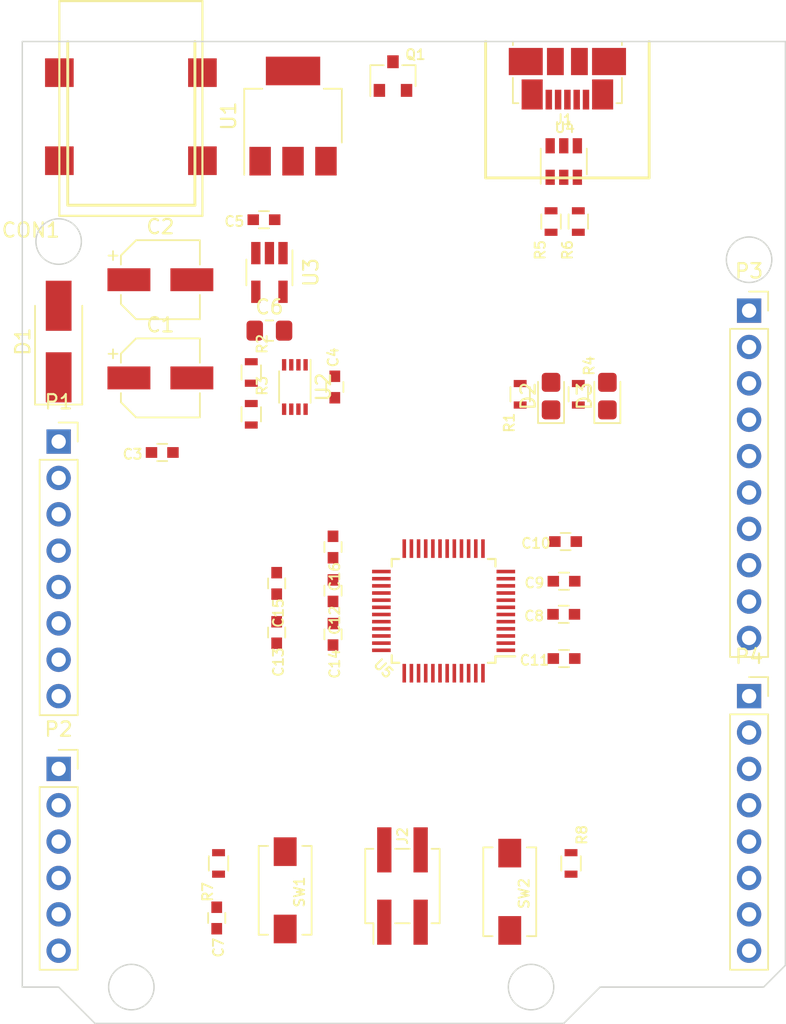
<source format=kicad_pcb>
(kicad_pcb (version 20171130) (host pcbnew 5.0.0-fee4fd1~66~ubuntu16.04.1)

  (general
    (thickness 1.6)
    (drawings 19)
    (tracks 0)
    (zones 0)
    (modules 42)
    (nets 59)
  )

  (page A4)
  (layers
    (0 F.Cu signal)
    (31 B.Cu signal)
    (32 B.Adhes user)
    (33 F.Adhes user)
    (34 B.Paste user)
    (35 F.Paste user)
    (36 B.SilkS user)
    (37 F.SilkS user)
    (38 B.Mask user)
    (39 F.Mask user)
    (40 Dwgs.User user)
    (41 Cmts.User user)
    (42 Eco1.User user)
    (43 Eco2.User user)
    (44 Edge.Cuts user)
    (45 Margin user)
    (46 B.CrtYd user)
    (47 F.CrtYd user)
    (48 B.Fab user)
    (49 F.Fab user)
  )

  (setup
    (last_trace_width 0.25)
    (trace_clearance 0.2)
    (zone_clearance 0.508)
    (zone_45_only no)
    (trace_min 0.2)
    (segment_width 0.2)
    (edge_width 0.1)
    (via_size 0.8)
    (via_drill 0.4)
    (via_min_size 0.4)
    (via_min_drill 0.3)
    (uvia_size 0.3)
    (uvia_drill 0.1)
    (uvias_allowed no)
    (uvia_min_size 0.2)
    (uvia_min_drill 0.1)
    (pcb_text_width 0.3)
    (pcb_text_size 1.5 1.5)
    (mod_edge_width 0.15)
    (mod_text_size 1 1)
    (mod_text_width 0.15)
    (pad_size 1.5 1.5)
    (pad_drill 0.6)
    (pad_to_mask_clearance 0)
    (aux_axis_origin 0 0)
    (visible_elements FFFFFF7F)
    (pcbplotparams
      (layerselection 0x010fc_ffffffff)
      (usegerberextensions false)
      (usegerberattributes false)
      (usegerberadvancedattributes false)
      (creategerberjobfile false)
      (excludeedgelayer true)
      (linewidth 0.100000)
      (plotframeref false)
      (viasonmask false)
      (mode 1)
      (useauxorigin false)
      (hpglpennumber 1)
      (hpglpenspeed 20)
      (hpglpendiameter 15.000000)
      (psnegative false)
      (psa4output false)
      (plotreference true)
      (plotvalue true)
      (plotinvisibletext false)
      (padsonsilk false)
      (subtractmaskfromsilk false)
      (outputformat 1)
      (mirror false)
      (drillshape 1)
      (scaleselection 1)
      (outputdirectory ""))
  )

  (net 0 "")
  (net 1 GND)
  (net 2 "Net-(CON1-Pad2)")
  (net 3 USBVCC)
  (net 4 "/USB Interface/B_USB-")
  (net 5 "/USB Interface/B_USB+")
  (net 6 "Net-(J1-Pad4)")
  (net 7 "Net-(J1-Pad6)")
  (net 8 "Net-(R5-Pad1)")
  (net 9 "Net-(R6-Pad1)")
  (net 10 3V3_LDO)
  (net 11 "Net-(Q1-Pad1)")
  (net 12 5V_LDO)
  (net 13 "Net-(R2-Pad1)")
  (net 14 "Net-(D2-Pad2)")
  (net 15 Vin)
  (net 16 "Net-(R4-Pad1)")
  (net 17 "Net-(D3-Pad2)")
  (net 18 "Net-(C15-Pad1)")
  (net 19 "Net-(C16-Pad1)")
  (net 20 "Net-(U3-Pad4)")
  (net 21 "Net-(P3-Pad8)")
  (net 22 "Net-(P1-Pad1)")
  (net 23 /EFM32HG-48LQFP/PC9)
  (net 24 /EFM32HG-48LQFP/328P_RESET)
  (net 25 /EFM32HG-48LQFP/USB_D+)
  (net 26 /EFM32HG-48LQFP/USB_D-)
  (net 27 /EFM32HG-48LQFP/ARD_DIG10/SPI_SS)
  (net 28 /EFM32HG-48LQFP/PF0/SWCLK)
  (net 29 /EFM32HG-48LQFP/PA0)
  (net 30 /EFM32HG-48LQFP/PA1)
  (net 31 /EFM32HG-48LQFP/PA2)
  (net 32 /EFM32HG-48LQFP/ARD_DIG1)
  (net 33 /EFM32HG-48LQFP/ARD_DIG0)
  (net 34 /EFM32HG-48LQFP/ARD_DIG12/SPI_MISO)
  (net 35 /EFM32HG-48LQFP/ARD_DIG13/SPI_SCK)
  (net 36 /EFM32HG-48LQFP/PC4)
  (net 37 /EFM32HG-48LQFP/ARD_DIG3)
  (net 38 /EFM32HG-48LQFP/ARD_DIG4)
  (net 39 /EFM32HG-48LQFP/ARD_DIG5)
  (net 40 /EFM32HG-48LQFP/ARD_DIG6)
  (net 41 /EFM32HG-48LQFP/ARD_DIG7)
  (net 42 /EFM32HG-48LQFP/PB11)
  (net 43 /EFM32HG-48LQFP/ARD_DIG2)
  (net 44 /EFM32HG-48LQFP/PB14)
  (net 45 /EFM32HG-48LQFP/ARD_AN2)
  (net 46 /EFM32HG-48LQFP/ARD_AN3)
  (net 47 /EFM32HG-48LQFP/ARD_AN5/SCL)
  (net 48 /EFM32HG-48LQFP/ARD_AN4/SDA)
  (net 49 /EFM32HG-48LQFP/ARD_DIG8)
  (net 50 /EFM32HG-48LQFP/PC10)
  (net 51 /EFM32HG-48LQFP/ARD_DIG11/SPI_MOSI)
  (net 52 /EFM32HG-48LQFP/PF3)
  (net 53 /EFM32HG-48LQFP/PF4)
  (net 54 /EFM32HG-48LQFP/PF5)
  (net 55 /EFM32HG-48LQFP/PE10)
  (net 56 /EFM32HG-48LQFP/PE11)
  (net 57 /EFM32HG-48LQFP/ARD_AN0)
  (net 58 /EFM32HG-48LQFP/ARD_AN1)

  (net_class Default "This is the default net class."
    (clearance 0.2)
    (trace_width 0.25)
    (via_dia 0.8)
    (via_drill 0.4)
    (uvia_dia 0.3)
    (uvia_drill 0.1)
    (add_net /EFM32HG-48LQFP/328P_RESET)
    (add_net /EFM32HG-48LQFP/ARD_AN0)
    (add_net /EFM32HG-48LQFP/ARD_AN1)
    (add_net /EFM32HG-48LQFP/ARD_AN2)
    (add_net /EFM32HG-48LQFP/ARD_AN3)
    (add_net /EFM32HG-48LQFP/ARD_AN4/SDA)
    (add_net /EFM32HG-48LQFP/ARD_AN5/SCL)
    (add_net /EFM32HG-48LQFP/ARD_DIG0)
    (add_net /EFM32HG-48LQFP/ARD_DIG1)
    (add_net /EFM32HG-48LQFP/ARD_DIG10/SPI_SS)
    (add_net /EFM32HG-48LQFP/ARD_DIG11/SPI_MOSI)
    (add_net /EFM32HG-48LQFP/ARD_DIG12/SPI_MISO)
    (add_net /EFM32HG-48LQFP/ARD_DIG13/SPI_SCK)
    (add_net /EFM32HG-48LQFP/ARD_DIG2)
    (add_net /EFM32HG-48LQFP/ARD_DIG3)
    (add_net /EFM32HG-48LQFP/ARD_DIG4)
    (add_net /EFM32HG-48LQFP/ARD_DIG5)
    (add_net /EFM32HG-48LQFP/ARD_DIG6)
    (add_net /EFM32HG-48LQFP/ARD_DIG7)
    (add_net /EFM32HG-48LQFP/ARD_DIG8)
    (add_net /EFM32HG-48LQFP/PA0)
    (add_net /EFM32HG-48LQFP/PA1)
    (add_net /EFM32HG-48LQFP/PA2)
    (add_net /EFM32HG-48LQFP/PB11)
    (add_net /EFM32HG-48LQFP/PB14)
    (add_net /EFM32HG-48LQFP/PC10)
    (add_net /EFM32HG-48LQFP/PC4)
    (add_net /EFM32HG-48LQFP/PC9)
    (add_net /EFM32HG-48LQFP/PE10)
    (add_net /EFM32HG-48LQFP/PE11)
    (add_net /EFM32HG-48LQFP/PF0/SWCLK)
    (add_net /EFM32HG-48LQFP/PF3)
    (add_net /EFM32HG-48LQFP/PF4)
    (add_net /EFM32HG-48LQFP/PF5)
    (add_net /EFM32HG-48LQFP/USB_D+)
    (add_net /EFM32HG-48LQFP/USB_D-)
    (add_net "/USB Interface/B_USB+")
    (add_net "/USB Interface/B_USB-")
    (add_net 3V3_LDO)
    (add_net 5V_LDO)
    (add_net GND)
    (add_net "Net-(C15-Pad1)")
    (add_net "Net-(C16-Pad1)")
    (add_net "Net-(CON1-Pad2)")
    (add_net "Net-(D2-Pad2)")
    (add_net "Net-(D3-Pad2)")
    (add_net "Net-(J1-Pad4)")
    (add_net "Net-(J1-Pad6)")
    (add_net "Net-(P1-Pad1)")
    (add_net "Net-(P3-Pad8)")
    (add_net "Net-(Q1-Pad1)")
    (add_net "Net-(R2-Pad1)")
    (add_net "Net-(R4-Pad1)")
    (add_net "Net-(R5-Pad1)")
    (add_net "Net-(R6-Pad1)")
    (add_net "Net-(U3-Pad4)")
    (add_net USBVCC)
    (add_net Vin)
  )

  (module Connector_PinSocket_2.54mm:PinSocket_1x06_P2.54mm_Vertical (layer F.Cu) (tedit 5A19A430) (tstamp 5BE2331A)
    (at 93.98 81.28)
    (descr "Through hole straight socket strip, 1x06, 2.54mm pitch, single row (from Kicad 4.0.7), script generated")
    (tags "Through hole socket strip THT 1x06 2.54mm single row")
    (path /55E94587/55E94764)
    (fp_text reference P2 (at 0 -2.77) (layer F.SilkS)
      (effects (font (size 1 1) (thickness 0.15)))
    )
    (fp_text value "Analog Header" (at 5.715 6.35 90) (layer F.Fab)
      (effects (font (size 1 1) (thickness 0.15)))
    )
    (fp_text user %R (at 0 6.35 90) (layer F.Fab)
      (effects (font (size 1 1) (thickness 0.15)))
    )
    (fp_line (start -1.8 14.45) (end -1.8 -1.8) (layer F.CrtYd) (width 0.05))
    (fp_line (start 1.75 14.45) (end -1.8 14.45) (layer F.CrtYd) (width 0.05))
    (fp_line (start 1.75 -1.8) (end 1.75 14.45) (layer F.CrtYd) (width 0.05))
    (fp_line (start -1.8 -1.8) (end 1.75 -1.8) (layer F.CrtYd) (width 0.05))
    (fp_line (start 0 -1.33) (end 1.33 -1.33) (layer F.SilkS) (width 0.12))
    (fp_line (start 1.33 -1.33) (end 1.33 0) (layer F.SilkS) (width 0.12))
    (fp_line (start 1.33 1.27) (end 1.33 14.03) (layer F.SilkS) (width 0.12))
    (fp_line (start -1.33 14.03) (end 1.33 14.03) (layer F.SilkS) (width 0.12))
    (fp_line (start -1.33 1.27) (end -1.33 14.03) (layer F.SilkS) (width 0.12))
    (fp_line (start -1.33 1.27) (end 1.33 1.27) (layer F.SilkS) (width 0.12))
    (fp_line (start -1.27 13.97) (end -1.27 -1.27) (layer F.Fab) (width 0.1))
    (fp_line (start 1.27 13.97) (end -1.27 13.97) (layer F.Fab) (width 0.1))
    (fp_line (start 1.27 -0.635) (end 1.27 13.97) (layer F.Fab) (width 0.1))
    (fp_line (start 0.635 -1.27) (end 1.27 -0.635) (layer F.Fab) (width 0.1))
    (fp_line (start -1.27 -1.27) (end 0.635 -1.27) (layer F.Fab) (width 0.1))
    (pad 6 thru_hole oval (at 0 12.7) (size 1.7 1.7) (drill 1) (layers *.Cu *.Mask)
      (net 47 /EFM32HG-48LQFP/ARD_AN5/SCL))
    (pad 5 thru_hole oval (at 0 10.16) (size 1.7 1.7) (drill 1) (layers *.Cu *.Mask)
      (net 48 /EFM32HG-48LQFP/ARD_AN4/SDA))
    (pad 4 thru_hole oval (at 0 7.62) (size 1.7 1.7) (drill 1) (layers *.Cu *.Mask)
      (net 46 /EFM32HG-48LQFP/ARD_AN3))
    (pad 3 thru_hole oval (at 0 5.08) (size 1.7 1.7) (drill 1) (layers *.Cu *.Mask)
      (net 45 /EFM32HG-48LQFP/ARD_AN2))
    (pad 2 thru_hole oval (at 0 2.54) (size 1.7 1.7) (drill 1) (layers *.Cu *.Mask)
      (net 58 /EFM32HG-48LQFP/ARD_AN1))
    (pad 1 thru_hole rect (at 0 0) (size 1.7 1.7) (drill 1) (layers *.Cu *.Mask)
      (net 57 /EFM32HG-48LQFP/ARD_AN0))
    (model ${KISYS3DMOD}/Connector_PinSocket_2.54mm.3dshapes/PinSocket_1x06_P2.54mm_Vertical.wrl
      (at (xyz 0 0 0))
      (scale (xyz 1 1 1))
      (rotate (xyz 0 0 0))
    )
  )

  (module Connector_PinSocket_2.54mm:PinSocket_1x08_P2.54mm_Vertical (layer F.Cu) (tedit 5A19A420) (tstamp 5BE232FF)
    (at 93.98 58.42)
    (descr "Through hole straight socket strip, 1x08, 2.54mm pitch, single row (from Kicad 4.0.7), script generated")
    (tags "Through hole socket strip THT 1x08 2.54mm single row")
    (path /55E94587/55E94736)
    (fp_text reference P1 (at 0 -2.77) (layer F.SilkS)
      (effects (font (size 1 1) (thickness 0.15)))
    )
    (fp_text value "Power Header" (at 5.588 10.668 90) (layer F.Fab)
      (effects (font (size 1 1) (thickness 0.15)))
    )
    (fp_text user %R (at 0 8.89 90) (layer F.Fab)
      (effects (font (size 1 1) (thickness 0.15)))
    )
    (fp_line (start -1.8 19.55) (end -1.8 -1.8) (layer F.CrtYd) (width 0.05))
    (fp_line (start 1.75 19.55) (end -1.8 19.55) (layer F.CrtYd) (width 0.05))
    (fp_line (start 1.75 -1.8) (end 1.75 19.55) (layer F.CrtYd) (width 0.05))
    (fp_line (start -1.8 -1.8) (end 1.75 -1.8) (layer F.CrtYd) (width 0.05))
    (fp_line (start 0 -1.33) (end 1.33 -1.33) (layer F.SilkS) (width 0.12))
    (fp_line (start 1.33 -1.33) (end 1.33 0) (layer F.SilkS) (width 0.12))
    (fp_line (start 1.33 1.27) (end 1.33 19.11) (layer F.SilkS) (width 0.12))
    (fp_line (start -1.33 19.11) (end 1.33 19.11) (layer F.SilkS) (width 0.12))
    (fp_line (start -1.33 1.27) (end -1.33 19.11) (layer F.SilkS) (width 0.12))
    (fp_line (start -1.33 1.27) (end 1.33 1.27) (layer F.SilkS) (width 0.12))
    (fp_line (start -1.27 19.05) (end -1.27 -1.27) (layer F.Fab) (width 0.1))
    (fp_line (start 1.27 19.05) (end -1.27 19.05) (layer F.Fab) (width 0.1))
    (fp_line (start 1.27 -0.635) (end 1.27 19.05) (layer F.Fab) (width 0.1))
    (fp_line (start 0.635 -1.27) (end 1.27 -0.635) (layer F.Fab) (width 0.1))
    (fp_line (start -1.27 -1.27) (end 0.635 -1.27) (layer F.Fab) (width 0.1))
    (pad 8 thru_hole oval (at 0 17.78) (size 1.7 1.7) (drill 1) (layers *.Cu *.Mask)
      (net 15 Vin))
    (pad 7 thru_hole oval (at 0 15.24) (size 1.7 1.7) (drill 1) (layers *.Cu *.Mask)
      (net 1 GND))
    (pad 6 thru_hole oval (at 0 12.7) (size 1.7 1.7) (drill 1) (layers *.Cu *.Mask)
      (net 1 GND))
    (pad 5 thru_hole oval (at 0 10.16) (size 1.7 1.7) (drill 1) (layers *.Cu *.Mask)
      (net 12 5V_LDO))
    (pad 4 thru_hole oval (at 0 7.62) (size 1.7 1.7) (drill 1) (layers *.Cu *.Mask)
      (net 10 3V3_LDO))
    (pad 3 thru_hole oval (at 0 5.08) (size 1.7 1.7) (drill 1) (layers *.Cu *.Mask)
      (net 24 /EFM32HG-48LQFP/328P_RESET))
    (pad 2 thru_hole oval (at 0 2.54) (size 1.7 1.7) (drill 1) (layers *.Cu *.Mask)
      (net 12 5V_LDO))
    (pad 1 thru_hole rect (at 0 0) (size 1.7 1.7) (drill 1) (layers *.Cu *.Mask)
      (net 22 "Net-(P1-Pad1)"))
    (model ${KISYS3DMOD}/Connector_PinSocket_2.54mm.3dshapes/PinSocket_1x08_P2.54mm_Vertical.wrl
      (at (xyz 0 0 0))
      (scale (xyz 1 1 1))
      (rotate (xyz 0 0 0))
    )
  )

  (module Connector_PinSocket_2.54mm:PinSocket_1x08_P2.54mm_Vertical (layer F.Cu) (tedit 5A19A420) (tstamp 5BE232E4)
    (at 142.24 76.2)
    (descr "Through hole straight socket strip, 1x08, 2.54mm pitch, single row (from Kicad 4.0.7), script generated")
    (tags "Through hole socket strip THT 1x08 2.54mm single row")
    (path /55E94587/5615BF57)
    (fp_text reference P4 (at 0 -2.77) (layer F.SilkS)
      (effects (font (size 1 1) (thickness 0.15)))
    )
    (fp_text value "Digital Header 01" (at -4.826 8.89 90) (layer F.Fab)
      (effects (font (size 1 1) (thickness 0.15)))
    )
    (fp_text user %R (at 0 8.89 90) (layer F.Fab)
      (effects (font (size 1 1) (thickness 0.15)))
    )
    (fp_line (start -1.8 19.55) (end -1.8 -1.8) (layer F.CrtYd) (width 0.05))
    (fp_line (start 1.75 19.55) (end -1.8 19.55) (layer F.CrtYd) (width 0.05))
    (fp_line (start 1.75 -1.8) (end 1.75 19.55) (layer F.CrtYd) (width 0.05))
    (fp_line (start -1.8 -1.8) (end 1.75 -1.8) (layer F.CrtYd) (width 0.05))
    (fp_line (start 0 -1.33) (end 1.33 -1.33) (layer F.SilkS) (width 0.12))
    (fp_line (start 1.33 -1.33) (end 1.33 0) (layer F.SilkS) (width 0.12))
    (fp_line (start 1.33 1.27) (end 1.33 19.11) (layer F.SilkS) (width 0.12))
    (fp_line (start -1.33 19.11) (end 1.33 19.11) (layer F.SilkS) (width 0.12))
    (fp_line (start -1.33 1.27) (end -1.33 19.11) (layer F.SilkS) (width 0.12))
    (fp_line (start -1.33 1.27) (end 1.33 1.27) (layer F.SilkS) (width 0.12))
    (fp_line (start -1.27 19.05) (end -1.27 -1.27) (layer F.Fab) (width 0.1))
    (fp_line (start 1.27 19.05) (end -1.27 19.05) (layer F.Fab) (width 0.1))
    (fp_line (start 1.27 -0.635) (end 1.27 19.05) (layer F.Fab) (width 0.1))
    (fp_line (start 0.635 -1.27) (end 1.27 -0.635) (layer F.Fab) (width 0.1))
    (fp_line (start -1.27 -1.27) (end 0.635 -1.27) (layer F.Fab) (width 0.1))
    (pad 8 thru_hole oval (at 0 17.78) (size 1.7 1.7) (drill 1) (layers *.Cu *.Mask)
      (net 33 /EFM32HG-48LQFP/ARD_DIG0))
    (pad 7 thru_hole oval (at 0 15.24) (size 1.7 1.7) (drill 1) (layers *.Cu *.Mask)
      (net 32 /EFM32HG-48LQFP/ARD_DIG1))
    (pad 6 thru_hole oval (at 0 12.7) (size 1.7 1.7) (drill 1) (layers *.Cu *.Mask)
      (net 43 /EFM32HG-48LQFP/ARD_DIG2))
    (pad 5 thru_hole oval (at 0 10.16) (size 1.7 1.7) (drill 1) (layers *.Cu *.Mask)
      (net 37 /EFM32HG-48LQFP/ARD_DIG3))
    (pad 4 thru_hole oval (at 0 7.62) (size 1.7 1.7) (drill 1) (layers *.Cu *.Mask)
      (net 38 /EFM32HG-48LQFP/ARD_DIG4))
    (pad 3 thru_hole oval (at 0 5.08) (size 1.7 1.7) (drill 1) (layers *.Cu *.Mask)
      (net 39 /EFM32HG-48LQFP/ARD_DIG5))
    (pad 2 thru_hole oval (at 0 2.54) (size 1.7 1.7) (drill 1) (layers *.Cu *.Mask)
      (net 40 /EFM32HG-48LQFP/ARD_DIG6))
    (pad 1 thru_hole rect (at 0 0) (size 1.7 1.7) (drill 1) (layers *.Cu *.Mask)
      (net 41 /EFM32HG-48LQFP/ARD_DIG7))
    (model ${KISYS3DMOD}/Connector_PinSocket_2.54mm.3dshapes/PinSocket_1x08_P2.54mm_Vertical.wrl
      (at (xyz 0 0 0))
      (scale (xyz 1 1 1))
      (rotate (xyz 0 0 0))
    )
  )

  (module Connector_PinSocket_2.54mm:PinSocket_1x10_P2.54mm_Vertical (layer F.Cu) (tedit 5A19A425) (tstamp 5BE232C7)
    (at 142.24 49.276)
    (descr "Through hole straight socket strip, 1x10, 2.54mm pitch, single row (from Kicad 4.0.7), script generated")
    (tags "Through hole socket strip THT 1x10 2.54mm single row")
    (path /55E94587/55E9474B)
    (fp_text reference P3 (at 0 -2.77) (layer F.SilkS)
      (effects (font (size 1 1) (thickness 0.15)))
    )
    (fp_text value "Digital Header 02" (at -4.953 15.748 90) (layer F.Fab)
      (effects (font (size 1 1) (thickness 0.15)))
    )
    (fp_text user %R (at 0 11.43 90) (layer F.Fab)
      (effects (font (size 1 1) (thickness 0.15)))
    )
    (fp_line (start -1.8 24.6) (end -1.8 -1.8) (layer F.CrtYd) (width 0.05))
    (fp_line (start 1.75 24.6) (end -1.8 24.6) (layer F.CrtYd) (width 0.05))
    (fp_line (start 1.75 -1.8) (end 1.75 24.6) (layer F.CrtYd) (width 0.05))
    (fp_line (start -1.8 -1.8) (end 1.75 -1.8) (layer F.CrtYd) (width 0.05))
    (fp_line (start 0 -1.33) (end 1.33 -1.33) (layer F.SilkS) (width 0.12))
    (fp_line (start 1.33 -1.33) (end 1.33 0) (layer F.SilkS) (width 0.12))
    (fp_line (start 1.33 1.27) (end 1.33 24.19) (layer F.SilkS) (width 0.12))
    (fp_line (start -1.33 24.19) (end 1.33 24.19) (layer F.SilkS) (width 0.12))
    (fp_line (start -1.33 1.27) (end -1.33 24.19) (layer F.SilkS) (width 0.12))
    (fp_line (start -1.33 1.27) (end 1.33 1.27) (layer F.SilkS) (width 0.12))
    (fp_line (start -1.27 24.13) (end -1.27 -1.27) (layer F.Fab) (width 0.1))
    (fp_line (start 1.27 24.13) (end -1.27 24.13) (layer F.Fab) (width 0.1))
    (fp_line (start 1.27 -0.635) (end 1.27 24.13) (layer F.Fab) (width 0.1))
    (fp_line (start 0.635 -1.27) (end 1.27 -0.635) (layer F.Fab) (width 0.1))
    (fp_line (start -1.27 -1.27) (end 0.635 -1.27) (layer F.Fab) (width 0.1))
    (pad 10 thru_hole oval (at 0 22.86) (size 1.7 1.7) (drill 1) (layers *.Cu *.Mask)
      (net 47 /EFM32HG-48LQFP/ARD_AN5/SCL))
    (pad 9 thru_hole oval (at 0 20.32) (size 1.7 1.7) (drill 1) (layers *.Cu *.Mask)
      (net 48 /EFM32HG-48LQFP/ARD_AN4/SDA))
    (pad 8 thru_hole oval (at 0 17.78) (size 1.7 1.7) (drill 1) (layers *.Cu *.Mask)
      (net 21 "Net-(P3-Pad8)"))
    (pad 7 thru_hole oval (at 0 15.24) (size 1.7 1.7) (drill 1) (layers *.Cu *.Mask)
      (net 1 GND))
    (pad 6 thru_hole oval (at 0 12.7) (size 1.7 1.7) (drill 1) (layers *.Cu *.Mask)
      (net 35 /EFM32HG-48LQFP/ARD_DIG13/SPI_SCK))
    (pad 5 thru_hole oval (at 0 10.16) (size 1.7 1.7) (drill 1) (layers *.Cu *.Mask)
      (net 34 /EFM32HG-48LQFP/ARD_DIG12/SPI_MISO))
    (pad 4 thru_hole oval (at 0 7.62) (size 1.7 1.7) (drill 1) (layers *.Cu *.Mask)
      (net 51 /EFM32HG-48LQFP/ARD_DIG11/SPI_MOSI))
    (pad 3 thru_hole oval (at 0 5.08) (size 1.7 1.7) (drill 1) (layers *.Cu *.Mask)
      (net 27 /EFM32HG-48LQFP/ARD_DIG10/SPI_SS))
    (pad 2 thru_hole oval (at 0 2.54) (size 1.7 1.7) (drill 1) (layers *.Cu *.Mask)
      (net 41 /EFM32HG-48LQFP/ARD_DIG7))
    (pad 1 thru_hole rect (at 0 0) (size 1.7 1.7) (drill 1) (layers *.Cu *.Mask)
      (net 49 /EFM32HG-48LQFP/ARD_DIG8))
    (model ${KISYS3DMOD}/Connector_PinSocket_2.54mm.3dshapes/PinSocket_1x10_P2.54mm_Vertical.wrl
      (at (xyz 0 0 0))
      (scale (xyz 1 1 1))
      (rotate (xyz 0 0 0))
    )
  )

  (module Capacitor_SMD:CP_Elec_5x5.3 (layer F.Cu) (tedit 5B3026A2) (tstamp 5BA80CE2)
    (at 101.092 53.975)
    (descr "SMT capacitor, aluminium electrolytic, 5x5.3, Nichicon ")
    (tags "Capacitor Electrolytic")
    (path /55CCFEA2/55CD0072)
    (attr smd)
    (fp_text reference C1 (at 0 -3.7) (layer F.SilkS)
      (effects (font (size 1 1) (thickness 0.15)))
    )
    (fp_text value 47uF (at 0 3.7) (layer F.Fab)
      (effects (font (size 1 1) (thickness 0.15)))
    )
    (fp_text user %R (at 0 0) (layer F.Fab)
      (effects (font (size 1 1) (thickness 0.15)))
    )
    (fp_line (start -3.95 1.05) (end -2.9 1.05) (layer F.CrtYd) (width 0.05))
    (fp_line (start -3.95 -1.05) (end -3.95 1.05) (layer F.CrtYd) (width 0.05))
    (fp_line (start -2.9 -1.05) (end -3.95 -1.05) (layer F.CrtYd) (width 0.05))
    (fp_line (start -2.9 1.05) (end -2.9 1.75) (layer F.CrtYd) (width 0.05))
    (fp_line (start -2.9 -1.75) (end -2.9 -1.05) (layer F.CrtYd) (width 0.05))
    (fp_line (start -2.9 -1.75) (end -1.75 -2.9) (layer F.CrtYd) (width 0.05))
    (fp_line (start -2.9 1.75) (end -1.75 2.9) (layer F.CrtYd) (width 0.05))
    (fp_line (start -1.75 -2.9) (end 2.9 -2.9) (layer F.CrtYd) (width 0.05))
    (fp_line (start -1.75 2.9) (end 2.9 2.9) (layer F.CrtYd) (width 0.05))
    (fp_line (start 2.9 1.05) (end 2.9 2.9) (layer F.CrtYd) (width 0.05))
    (fp_line (start 3.95 1.05) (end 2.9 1.05) (layer F.CrtYd) (width 0.05))
    (fp_line (start 3.95 -1.05) (end 3.95 1.05) (layer F.CrtYd) (width 0.05))
    (fp_line (start 2.9 -1.05) (end 3.95 -1.05) (layer F.CrtYd) (width 0.05))
    (fp_line (start 2.9 -2.9) (end 2.9 -1.05) (layer F.CrtYd) (width 0.05))
    (fp_line (start -3.3125 -1.9975) (end -3.3125 -1.3725) (layer F.SilkS) (width 0.12))
    (fp_line (start -3.625 -1.685) (end -3 -1.685) (layer F.SilkS) (width 0.12))
    (fp_line (start -2.76 1.695563) (end -1.695563 2.76) (layer F.SilkS) (width 0.12))
    (fp_line (start -2.76 -1.695563) (end -1.695563 -2.76) (layer F.SilkS) (width 0.12))
    (fp_line (start -2.76 -1.695563) (end -2.76 -1.06) (layer F.SilkS) (width 0.12))
    (fp_line (start -2.76 1.695563) (end -2.76 1.06) (layer F.SilkS) (width 0.12))
    (fp_line (start -1.695563 2.76) (end 2.76 2.76) (layer F.SilkS) (width 0.12))
    (fp_line (start -1.695563 -2.76) (end 2.76 -2.76) (layer F.SilkS) (width 0.12))
    (fp_line (start 2.76 -2.76) (end 2.76 -1.06) (layer F.SilkS) (width 0.12))
    (fp_line (start 2.76 2.76) (end 2.76 1.06) (layer F.SilkS) (width 0.12))
    (fp_line (start -1.783956 -1.45) (end -1.783956 -0.95) (layer F.Fab) (width 0.1))
    (fp_line (start -2.033956 -1.2) (end -1.533956 -1.2) (layer F.Fab) (width 0.1))
    (fp_line (start -2.65 1.65) (end -1.65 2.65) (layer F.Fab) (width 0.1))
    (fp_line (start -2.65 -1.65) (end -1.65 -2.65) (layer F.Fab) (width 0.1))
    (fp_line (start -2.65 -1.65) (end -2.65 1.65) (layer F.Fab) (width 0.1))
    (fp_line (start -1.65 2.65) (end 2.65 2.65) (layer F.Fab) (width 0.1))
    (fp_line (start -1.65 -2.65) (end 2.65 -2.65) (layer F.Fab) (width 0.1))
    (fp_line (start 2.65 -2.65) (end 2.65 2.65) (layer F.Fab) (width 0.1))
    (fp_circle (center 0 0) (end 2.5 0) (layer F.Fab) (width 0.1))
    (pad 2 smd rect (at 2.2 0) (size 3 1.6) (layers F.Cu F.Paste F.Mask)
      (net 1 GND))
    (pad 1 smd rect (at -2.2 0) (size 3 1.6) (layers F.Cu F.Paste F.Mask)
      (net 15 Vin))
    (model ${KISYS3DMOD}/Capacitor_SMD.3dshapes/CP_Elec_5x5.3.wrl
      (at (xyz 0 0 0))
      (scale (xyz 1 1 1))
      (rotate (xyz 0 0 0))
    )
  )

  (module Capacitor_SMD:CP_Elec_5x5.3 (layer F.Cu) (tedit 5B3026A2) (tstamp 5BA80B44)
    (at 101.092 47.117)
    (descr "SMT capacitor, aluminium electrolytic, 5x5.3, Nichicon ")
    (tags "Capacitor Electrolytic")
    (path /55CCFEA2/55CE80D3)
    (attr smd)
    (fp_text reference C2 (at 0 -3.7) (layer F.SilkS)
      (effects (font (size 1 1) (thickness 0.15)))
    )
    (fp_text value 47uF (at 0 3.7) (layer F.Fab)
      (effects (font (size 1 1) (thickness 0.15)))
    )
    (fp_text user %R (at 0 0) (layer F.Fab)
      (effects (font (size 1 1) (thickness 0.15)))
    )
    (fp_line (start -3.95 1.05) (end -2.9 1.05) (layer F.CrtYd) (width 0.05))
    (fp_line (start -3.95 -1.05) (end -3.95 1.05) (layer F.CrtYd) (width 0.05))
    (fp_line (start -2.9 -1.05) (end -3.95 -1.05) (layer F.CrtYd) (width 0.05))
    (fp_line (start -2.9 1.05) (end -2.9 1.75) (layer F.CrtYd) (width 0.05))
    (fp_line (start -2.9 -1.75) (end -2.9 -1.05) (layer F.CrtYd) (width 0.05))
    (fp_line (start -2.9 -1.75) (end -1.75 -2.9) (layer F.CrtYd) (width 0.05))
    (fp_line (start -2.9 1.75) (end -1.75 2.9) (layer F.CrtYd) (width 0.05))
    (fp_line (start -1.75 -2.9) (end 2.9 -2.9) (layer F.CrtYd) (width 0.05))
    (fp_line (start -1.75 2.9) (end 2.9 2.9) (layer F.CrtYd) (width 0.05))
    (fp_line (start 2.9 1.05) (end 2.9 2.9) (layer F.CrtYd) (width 0.05))
    (fp_line (start 3.95 1.05) (end 2.9 1.05) (layer F.CrtYd) (width 0.05))
    (fp_line (start 3.95 -1.05) (end 3.95 1.05) (layer F.CrtYd) (width 0.05))
    (fp_line (start 2.9 -1.05) (end 3.95 -1.05) (layer F.CrtYd) (width 0.05))
    (fp_line (start 2.9 -2.9) (end 2.9 -1.05) (layer F.CrtYd) (width 0.05))
    (fp_line (start -3.3125 -1.9975) (end -3.3125 -1.3725) (layer F.SilkS) (width 0.12))
    (fp_line (start -3.625 -1.685) (end -3 -1.685) (layer F.SilkS) (width 0.12))
    (fp_line (start -2.76 1.695563) (end -1.695563 2.76) (layer F.SilkS) (width 0.12))
    (fp_line (start -2.76 -1.695563) (end -1.695563 -2.76) (layer F.SilkS) (width 0.12))
    (fp_line (start -2.76 -1.695563) (end -2.76 -1.06) (layer F.SilkS) (width 0.12))
    (fp_line (start -2.76 1.695563) (end -2.76 1.06) (layer F.SilkS) (width 0.12))
    (fp_line (start -1.695563 2.76) (end 2.76 2.76) (layer F.SilkS) (width 0.12))
    (fp_line (start -1.695563 -2.76) (end 2.76 -2.76) (layer F.SilkS) (width 0.12))
    (fp_line (start 2.76 -2.76) (end 2.76 -1.06) (layer F.SilkS) (width 0.12))
    (fp_line (start 2.76 2.76) (end 2.76 1.06) (layer F.SilkS) (width 0.12))
    (fp_line (start -1.783956 -1.45) (end -1.783956 -0.95) (layer F.Fab) (width 0.1))
    (fp_line (start -2.033956 -1.2) (end -1.533956 -1.2) (layer F.Fab) (width 0.1))
    (fp_line (start -2.65 1.65) (end -1.65 2.65) (layer F.Fab) (width 0.1))
    (fp_line (start -2.65 -1.65) (end -1.65 -2.65) (layer F.Fab) (width 0.1))
    (fp_line (start -2.65 -1.65) (end -2.65 1.65) (layer F.Fab) (width 0.1))
    (fp_line (start -1.65 2.65) (end 2.65 2.65) (layer F.Fab) (width 0.1))
    (fp_line (start -1.65 -2.65) (end 2.65 -2.65) (layer F.Fab) (width 0.1))
    (fp_line (start 2.65 -2.65) (end 2.65 2.65) (layer F.Fab) (width 0.1))
    (fp_circle (center 0 0) (end 2.5 0) (layer F.Fab) (width 0.1))
    (pad 2 smd rect (at 2.2 0) (size 3 1.6) (layers F.Cu F.Paste F.Mask)
      (net 1 GND))
    (pad 1 smd rect (at -2.2 0) (size 3 1.6) (layers F.Cu F.Paste F.Mask)
      (net 12 5V_LDO))
    (model ${KISYS3DMOD}/Capacitor_SMD.3dshapes/CP_Elec_5x5.3.wrl
      (at (xyz 0 0 0))
      (scale (xyz 1 1 1))
      (rotate (xyz 0 0 0))
    )
  )

  (module Capacitor_SMD:C_0805_2012Metric_Pad1.15x1.40mm_HandSolder (layer F.Cu) (tedit 5B36C52B) (tstamp 5BA80A61)
    (at 108.712 50.673)
    (descr "Capacitor SMD 0805 (2012 Metric), square (rectangular) end terminal, IPC_7351 nominal with elongated pad for handsoldering. (Body size source: https://docs.google.com/spreadsheets/d/1BsfQQcO9C6DZCsRaXUlFlo91Tg2WpOkGARC1WS5S8t0/edit?usp=sharing), generated with kicad-footprint-generator")
    (tags "capacitor handsolder")
    (path /55D0D7E6/55D12923)
    (attr smd)
    (fp_text reference C6 (at 0 -1.65) (layer F.SilkS)
      (effects (font (size 1 1) (thickness 0.15)))
    )
    (fp_text value 2.2uF (at 0 1.65) (layer F.Fab)
      (effects (font (size 1 1) (thickness 0.15)))
    )
    (fp_text user %R (at 0 0) (layer F.Fab)
      (effects (font (size 0.5 0.5) (thickness 0.08)))
    )
    (fp_line (start 1.85 0.95) (end -1.85 0.95) (layer F.CrtYd) (width 0.05))
    (fp_line (start 1.85 -0.95) (end 1.85 0.95) (layer F.CrtYd) (width 0.05))
    (fp_line (start -1.85 -0.95) (end 1.85 -0.95) (layer F.CrtYd) (width 0.05))
    (fp_line (start -1.85 0.95) (end -1.85 -0.95) (layer F.CrtYd) (width 0.05))
    (fp_line (start -0.261252 0.71) (end 0.261252 0.71) (layer F.SilkS) (width 0.12))
    (fp_line (start -0.261252 -0.71) (end 0.261252 -0.71) (layer F.SilkS) (width 0.12))
    (fp_line (start 1 0.6) (end -1 0.6) (layer F.Fab) (width 0.1))
    (fp_line (start 1 -0.6) (end 1 0.6) (layer F.Fab) (width 0.1))
    (fp_line (start -1 -0.6) (end 1 -0.6) (layer F.Fab) (width 0.1))
    (fp_line (start -1 0.6) (end -1 -0.6) (layer F.Fab) (width 0.1))
    (pad 2 smd roundrect (at 1.025 0) (size 1.15 1.4) (layers F.Cu F.Paste F.Mask) (roundrect_rratio 0.217391)
      (net 1 GND))
    (pad 1 smd roundrect (at -1.025 0) (size 1.15 1.4) (layers F.Cu F.Paste F.Mask) (roundrect_rratio 0.217391)
      (net 10 3V3_LDO))
    (model ${KISYS3DMOD}/Capacitor_SMD.3dshapes/C_0805_2012Metric.wrl
      (at (xyz 0 0 0))
      (scale (xyz 1 1 1))
      (rotate (xyz 0 0 0))
    )
  )

  (module Diode_SMD:D_SMA_Handsoldering (layer F.Cu) (tedit 58643398) (tstamp 5BA80C09)
    (at 93.98 51.435 90)
    (descr "Diode SMA (DO-214AC) Handsoldering")
    (tags "Diode SMA (DO-214AC) Handsoldering")
    (path /55CCFEA2/55CD0063)
    (attr smd)
    (fp_text reference D1 (at 0 -2.5 90) (layer F.SilkS)
      (effects (font (size 1 1) (thickness 0.15)))
    )
    (fp_text value DIODE (at 0 2.6 90) (layer F.Fab)
      (effects (font (size 1 1) (thickness 0.15)))
    )
    (fp_line (start -4.4 -1.65) (end 2.5 -1.65) (layer F.SilkS) (width 0.12))
    (fp_line (start -4.4 1.65) (end 2.5 1.65) (layer F.SilkS) (width 0.12))
    (fp_line (start -0.64944 0.00102) (end 0.50118 -0.79908) (layer F.Fab) (width 0.1))
    (fp_line (start -0.64944 0.00102) (end 0.50118 0.75032) (layer F.Fab) (width 0.1))
    (fp_line (start 0.50118 0.75032) (end 0.50118 -0.79908) (layer F.Fab) (width 0.1))
    (fp_line (start -0.64944 -0.79908) (end -0.64944 0.80112) (layer F.Fab) (width 0.1))
    (fp_line (start 0.50118 0.00102) (end 1.4994 0.00102) (layer F.Fab) (width 0.1))
    (fp_line (start -0.64944 0.00102) (end -1.55114 0.00102) (layer F.Fab) (width 0.1))
    (fp_line (start -4.5 1.75) (end -4.5 -1.75) (layer F.CrtYd) (width 0.05))
    (fp_line (start 4.5 1.75) (end -4.5 1.75) (layer F.CrtYd) (width 0.05))
    (fp_line (start 4.5 -1.75) (end 4.5 1.75) (layer F.CrtYd) (width 0.05))
    (fp_line (start -4.5 -1.75) (end 4.5 -1.75) (layer F.CrtYd) (width 0.05))
    (fp_line (start 2.3 -1.5) (end -2.3 -1.5) (layer F.Fab) (width 0.1))
    (fp_line (start 2.3 -1.5) (end 2.3 1.5) (layer F.Fab) (width 0.1))
    (fp_line (start -2.3 1.5) (end -2.3 -1.5) (layer F.Fab) (width 0.1))
    (fp_line (start 2.3 1.5) (end -2.3 1.5) (layer F.Fab) (width 0.1))
    (fp_line (start -4.4 -1.65) (end -4.4 1.65) (layer F.SilkS) (width 0.12))
    (fp_text user %R (at 0 -2.5 90) (layer F.Fab)
      (effects (font (size 1 1) (thickness 0.15)))
    )
    (pad 2 smd rect (at 2.5 0 90) (size 3.5 1.8) (layers F.Cu F.Paste F.Mask)
      (net 2 "Net-(CON1-Pad2)"))
    (pad 1 smd rect (at -2.5 0 90) (size 3.5 1.8) (layers F.Cu F.Paste F.Mask)
      (net 15 Vin))
    (model ${KISYS3DMOD}/Diode_SMD.3dshapes/D_SMA.wrl
      (at (xyz 0 0 0))
      (scale (xyz 1 1 1))
      (rotate (xyz 0 0 0))
    )
  )

  (module LED_SMD:LED_0805_2012Metric_Castellated (layer F.Cu) (tedit 5B36C52C) (tstamp 5BA809E5)
    (at 128.397 55.245 90)
    (descr "LED SMD 0805 (2012 Metric), castellated end terminal, IPC_7351 nominal, (Body size source: https://docs.google.com/spreadsheets/d/1BsfQQcO9C6DZCsRaXUlFlo91Tg2WpOkGARC1WS5S8t0/edit?usp=sharing), generated with kicad-footprint-generator")
    (tags "LED castellated")
    (path /55CCFEA2/55D1FC7B)
    (attr smd)
    (fp_text reference D2 (at 0 -1.6 90) (layer F.SilkS)
      (effects (font (size 1 1) (thickness 0.15)))
    )
    (fp_text value LED (at 0 1.6 90) (layer F.Fab)
      (effects (font (size 1 1) (thickness 0.15)))
    )
    (fp_text user %R (at 0 0 90) (layer F.Fab)
      (effects (font (size 0.5 0.5) (thickness 0.08)))
    )
    (fp_line (start 1.88 0.9) (end -1.88 0.9) (layer F.CrtYd) (width 0.05))
    (fp_line (start 1.88 -0.9) (end 1.88 0.9) (layer F.CrtYd) (width 0.05))
    (fp_line (start -1.88 -0.9) (end 1.88 -0.9) (layer F.CrtYd) (width 0.05))
    (fp_line (start -1.88 0.9) (end -1.88 -0.9) (layer F.CrtYd) (width 0.05))
    (fp_line (start -1.885 0.91) (end 1 0.91) (layer F.SilkS) (width 0.12))
    (fp_line (start -1.885 -0.91) (end -1.885 0.91) (layer F.SilkS) (width 0.12))
    (fp_line (start 1 -0.91) (end -1.885 -0.91) (layer F.SilkS) (width 0.12))
    (fp_line (start 1 0.6) (end 1 -0.6) (layer F.Fab) (width 0.1))
    (fp_line (start -1 0.6) (end 1 0.6) (layer F.Fab) (width 0.1))
    (fp_line (start -1 -0.3) (end -1 0.6) (layer F.Fab) (width 0.1))
    (fp_line (start -0.7 -0.6) (end -1 -0.3) (layer F.Fab) (width 0.1))
    (fp_line (start 1 -0.6) (end -0.7 -0.6) (layer F.Fab) (width 0.1))
    (pad 2 smd roundrect (at 0.9625 0 90) (size 1.325 1.3) (layers F.Cu F.Paste F.Mask) (roundrect_rratio 0.192308)
      (net 14 "Net-(D2-Pad2)"))
    (pad 1 smd roundrect (at -0.9625 0 90) (size 1.325 1.3) (layers F.Cu F.Paste F.Mask) (roundrect_rratio 0.192308)
      (net 1 GND))
    (model ${KISYS3DMOD}/LED_SMD.3dshapes/LED_0805_2012Metric_Castellated.wrl
      (at (xyz 0 0 0))
      (scale (xyz 1 1 1))
      (rotate (xyz 0 0 0))
    )
  )

  (module LED_SMD:LED_0805_2012Metric_Castellated (layer F.Cu) (tedit 5B36C52C) (tstamp 5BA81087)
    (at 132.334 55.245 90)
    (descr "LED SMD 0805 (2012 Metric), castellated end terminal, IPC_7351 nominal, (Body size source: https://docs.google.com/spreadsheets/d/1BsfQQcO9C6DZCsRaXUlFlo91Tg2WpOkGARC1WS5S8t0/edit?usp=sharing), generated with kicad-footprint-generator")
    (tags "LED castellated")
    (path /55D7ED28/55D7F0E4)
    (attr smd)
    (fp_text reference D3 (at 0 -1.6 90) (layer F.SilkS)
      (effects (font (size 1 1) (thickness 0.15)))
    )
    (fp_text value LED (at 0 1.6 90) (layer F.Fab)
      (effects (font (size 1 1) (thickness 0.15)))
    )
    (fp_text user %R (at 0 0 90) (layer F.Fab)
      (effects (font (size 0.5 0.5) (thickness 0.08)))
    )
    (fp_line (start 1.88 0.9) (end -1.88 0.9) (layer F.CrtYd) (width 0.05))
    (fp_line (start 1.88 -0.9) (end 1.88 0.9) (layer F.CrtYd) (width 0.05))
    (fp_line (start -1.88 -0.9) (end 1.88 -0.9) (layer F.CrtYd) (width 0.05))
    (fp_line (start -1.88 0.9) (end -1.88 -0.9) (layer F.CrtYd) (width 0.05))
    (fp_line (start -1.885 0.91) (end 1 0.91) (layer F.SilkS) (width 0.12))
    (fp_line (start -1.885 -0.91) (end -1.885 0.91) (layer F.SilkS) (width 0.12))
    (fp_line (start 1 -0.91) (end -1.885 -0.91) (layer F.SilkS) (width 0.12))
    (fp_line (start 1 0.6) (end 1 -0.6) (layer F.Fab) (width 0.1))
    (fp_line (start -1 0.6) (end 1 0.6) (layer F.Fab) (width 0.1))
    (fp_line (start -1 -0.3) (end -1 0.6) (layer F.Fab) (width 0.1))
    (fp_line (start -0.7 -0.6) (end -1 -0.3) (layer F.Fab) (width 0.1))
    (fp_line (start 1 -0.6) (end -0.7 -0.6) (layer F.Fab) (width 0.1))
    (pad 2 smd roundrect (at 0.9625 0 90) (size 1.325 1.3) (layers F.Cu F.Paste F.Mask) (roundrect_rratio 0.192308)
      (net 17 "Net-(D3-Pad2)"))
    (pad 1 smd roundrect (at -0.9625 0 90) (size 1.325 1.3) (layers F.Cu F.Paste F.Mask) (roundrect_rratio 0.192308)
      (net 1 GND))
    (model ${KISYS3DMOD}/LED_SMD.3dshapes/LED_0805_2012Metric_Castellated.wrl
      (at (xyz 0 0 0))
      (scale (xyz 1 1 1))
      (rotate (xyz 0 0 0))
    )
  )

  (module Package_SO:VSSOP-8_2.3x2mm_P0.5mm (layer F.Cu) (tedit 5A02F25C) (tstamp 5BA80E16)
    (at 110.49 54.61 270)
    (descr "VSSOP-8 2.3x2mm Pitch 0.5mm")
    (tags "VSSOP-8 2.3x2mm Pitch 0.5mm")
    (path /55D0D7E6/55D11D89)
    (attr smd)
    (fp_text reference U2 (at 0 -2 270) (layer F.SilkS)
      (effects (font (size 1 1) (thickness 0.15)))
    )
    (fp_text value LMV358IDGKR (at 0 2.2 270) (layer F.Fab)
      (effects (font (size 1 1) (thickness 0.15)))
    )
    (fp_text user %R (at 0 0 270) (layer F.Fab)
      (effects (font (size 0.5 0.5) (thickness 0.1)))
    )
    (fp_line (start 1.15 -1) (end 1.15 1) (layer F.Fab) (width 0.1))
    (fp_line (start 1.15 1) (end -1.15 1) (layer F.Fab) (width 0.1))
    (fp_line (start -1.15 1) (end -1.15 -0.45) (layer F.Fab) (width 0.1))
    (fp_line (start -0.6 -1) (end 1.15 -1) (layer F.Fab) (width 0.1))
    (fp_line (start -0.6 -1) (end -1.15 -0.45) (layer F.Fab) (width 0.1))
    (fp_line (start 1.1 -1.1) (end -1.9 -1.1) (layer F.SilkS) (width 0.12))
    (fp_line (start 1.1 1.1) (end -1.1 1.1) (layer F.SilkS) (width 0.12))
    (fp_line (start 2.25 -1.25) (end 2.25 1.25) (layer F.CrtYd) (width 0.05))
    (fp_line (start 2.25 1.25) (end -2.25 1.25) (layer F.CrtYd) (width 0.05))
    (fp_line (start -2.25 1.25) (end -2.25 -1.25) (layer F.CrtYd) (width 0.05))
    (fp_line (start -2.25 -1.25) (end 2.25 -1.25) (layer F.CrtYd) (width 0.05))
    (pad 8 smd rect (at 1.55 -0.75 180) (size 0.3 0.8) (layers F.Cu F.Paste F.Mask)
      (net 12 5V_LDO))
    (pad 7 smd rect (at 1.55 -0.25 180) (size 0.3 0.8) (layers F.Cu F.Paste F.Mask)
      (net 16 "Net-(R4-Pad1)"))
    (pad 6 smd rect (at 1.55 0.25 180) (size 0.3 0.8) (layers F.Cu F.Paste F.Mask)
      (net 16 "Net-(R4-Pad1)"))
    (pad 5 smd rect (at 1.55 0.75 180) (size 0.3 0.8) (layers F.Cu F.Paste F.Mask)
      (net 35 /EFM32HG-48LQFP/ARD_DIG13/SPI_SCK))
    (pad 4 smd rect (at -1.55 0.75 180) (size 0.3 0.8) (layers F.Cu F.Paste F.Mask)
      (net 1 GND))
    (pad 3 smd rect (at -1.55 0.25 180) (size 0.3 0.8) (layers F.Cu F.Paste F.Mask)
      (net 13 "Net-(R2-Pad1)"))
    (pad 2 smd rect (at -1.55 -0.25 180) (size 0.3 0.8) (layers F.Cu F.Paste F.Mask)
      (net 10 3V3_LDO))
    (pad 1 smd rect (at -1.55 -0.75 180) (size 0.3 0.8) (layers F.Cu F.Paste F.Mask)
      (net 11 "Net-(Q1-Pad1)"))
    (model ${KISYS3DMOD}/Package_SO.3dshapes/VSSOP-8_2.3x2mm_P0.5mm.wrl
      (at (xyz 0 0 0))
      (scale (xyz 1 1 1))
      (rotate (xyz 0 0 0))
    )
  )

  (module Package_TO_SOT_SMD:SOT-223-3_TabPin2 (layer F.Cu) (tedit 5A02FF57) (tstamp 5BA80DD5)
    (at 110.363 35.687 90)
    (descr "module CMS SOT223 4 pins")
    (tags "CMS SOT")
    (path /55CCFEA2/55CD2289)
    (attr smd)
    (fp_text reference U1 (at 0 -4.5 90) (layer F.SilkS)
      (effects (font (size 1 1) (thickness 0.15)))
    )
    (fp_text value LD1117S50TR (at 0 4.5 90) (layer F.Fab)
      (effects (font (size 1 1) (thickness 0.15)))
    )
    (fp_line (start 1.85 -3.35) (end 1.85 3.35) (layer F.Fab) (width 0.1))
    (fp_line (start -1.85 3.35) (end 1.85 3.35) (layer F.Fab) (width 0.1))
    (fp_line (start -4.1 -3.41) (end 1.91 -3.41) (layer F.SilkS) (width 0.12))
    (fp_line (start -0.85 -3.35) (end 1.85 -3.35) (layer F.Fab) (width 0.1))
    (fp_line (start -1.85 3.41) (end 1.91 3.41) (layer F.SilkS) (width 0.12))
    (fp_line (start -1.85 -2.35) (end -1.85 3.35) (layer F.Fab) (width 0.1))
    (fp_line (start -1.85 -2.35) (end -0.85 -3.35) (layer F.Fab) (width 0.1))
    (fp_line (start -4.4 -3.6) (end -4.4 3.6) (layer F.CrtYd) (width 0.05))
    (fp_line (start -4.4 3.6) (end 4.4 3.6) (layer F.CrtYd) (width 0.05))
    (fp_line (start 4.4 3.6) (end 4.4 -3.6) (layer F.CrtYd) (width 0.05))
    (fp_line (start 4.4 -3.6) (end -4.4 -3.6) (layer F.CrtYd) (width 0.05))
    (fp_line (start 1.91 -3.41) (end 1.91 -2.15) (layer F.SilkS) (width 0.12))
    (fp_line (start 1.91 3.41) (end 1.91 2.15) (layer F.SilkS) (width 0.12))
    (fp_text user %R (at 0 0 180) (layer F.Fab)
      (effects (font (size 0.8 0.8) (thickness 0.12)))
    )
    (pad 1 smd rect (at -3.15 -2.3 90) (size 2 1.5) (layers F.Cu F.Paste F.Mask)
      (net 1 GND))
    (pad 3 smd rect (at -3.15 2.3 90) (size 2 1.5) (layers F.Cu F.Paste F.Mask)
      (net 15 Vin))
    (pad 2 smd rect (at -3.15 0 90) (size 2 1.5) (layers F.Cu F.Paste F.Mask)
      (net 12 5V_LDO))
    (pad 2 smd rect (at 3.15 0 90) (size 2 3.8) (layers F.Cu F.Paste F.Mask)
      (net 12 5V_LDO))
    (model ${KISYS3DMOD}/Package_TO_SOT_SMD.3dshapes/SOT-223.wrl
      (at (xyz 0 0 0))
      (scale (xyz 1 1 1))
      (rotate (xyz 0 0 0))
    )
  )

  (module Package_TO_SOT_SMD:SOT-23-5_HandSoldering (layer F.Cu) (tedit 5A0AB76C) (tstamp 5BA80C4B)
    (at 108.712 46.609 270)
    (descr "5-pin SOT23 package")
    (tags "SOT-23-5 hand-soldering")
    (path /55D0D7E6/55D1286F)
    (attr smd)
    (fp_text reference U3 (at 0 -2.9 270) (layer F.SilkS)
      (effects (font (size 1 1) (thickness 0.15)))
    )
    (fp_text value LP2985-33DBVR (at 0 2.9 270) (layer F.Fab)
      (effects (font (size 1 1) (thickness 0.15)))
    )
    (fp_line (start 2.38 1.8) (end -2.38 1.8) (layer F.CrtYd) (width 0.05))
    (fp_line (start 2.38 1.8) (end 2.38 -1.8) (layer F.CrtYd) (width 0.05))
    (fp_line (start -2.38 -1.8) (end -2.38 1.8) (layer F.CrtYd) (width 0.05))
    (fp_line (start -2.38 -1.8) (end 2.38 -1.8) (layer F.CrtYd) (width 0.05))
    (fp_line (start 0.9 -1.55) (end 0.9 1.55) (layer F.Fab) (width 0.1))
    (fp_line (start 0.9 1.55) (end -0.9 1.55) (layer F.Fab) (width 0.1))
    (fp_line (start -0.9 -0.9) (end -0.9 1.55) (layer F.Fab) (width 0.1))
    (fp_line (start 0.9 -1.55) (end -0.25 -1.55) (layer F.Fab) (width 0.1))
    (fp_line (start -0.9 -0.9) (end -0.25 -1.55) (layer F.Fab) (width 0.1))
    (fp_line (start 0.9 -1.61) (end -1.55 -1.61) (layer F.SilkS) (width 0.12))
    (fp_line (start -0.9 1.61) (end 0.9 1.61) (layer F.SilkS) (width 0.12))
    (fp_text user %R (at 0 0) (layer F.Fab)
      (effects (font (size 0.5 0.5) (thickness 0.075)))
    )
    (pad 5 smd rect (at 1.35 -0.95 270) (size 1.56 0.65) (layers F.Cu F.Paste F.Mask)
      (net 10 3V3_LDO))
    (pad 4 smd rect (at 1.35 0.95 270) (size 1.56 0.65) (layers F.Cu F.Paste F.Mask)
      (net 20 "Net-(U3-Pad4)"))
    (pad 3 smd rect (at -1.35 0.95 270) (size 1.56 0.65) (layers F.Cu F.Paste F.Mask)
      (net 12 5V_LDO))
    (pad 2 smd rect (at -1.35 0 270) (size 1.56 0.65) (layers F.Cu F.Paste F.Mask)
      (net 1 GND))
    (pad 1 smd rect (at -1.35 -0.95 270) (size 1.56 0.65) (layers F.Cu F.Paste F.Mask)
      (net 12 5V_LDO))
    (model ${KISYS3DMOD}/Package_TO_SOT_SMD.3dshapes/SOT-23-5.wrl
      (at (xyz 0 0 0))
      (scale (xyz 1 1 1))
      (rotate (xyz 0 0 0))
    )
  )

  (module footprints:C_0603 (layer F.Cu) (tedit 5BA5A36D) (tstamp 5BA80953)
    (at 129.413 65.405)
    (descr "Capacitor SMD 0603, reflow soldering, AVX (see smccp.pdf)")
    (tags "capacitor 0603")
    (path /55E89CE4/5BA7D68C)
    (attr smd)
    (fp_text reference C10 (at -2.07 0.12) (layer F.SilkS)
      (effects (font (size 0.7 0.7) (thickness 0.13)))
    )
    (fp_text value 100n (at 0 1.5) (layer F.Fab)
      (effects (font (size 0.7 0.7) (thickness 0.13)))
    )
    (fp_line (start 1.4 0.65) (end -1.4 0.65) (layer F.CrtYd) (width 0.05))
    (fp_line (start 1.4 0.65) (end 1.4 -0.65) (layer F.CrtYd) (width 0.05))
    (fp_line (start -1.4 -0.65) (end -1.4 0.65) (layer F.CrtYd) (width 0.05))
    (fp_line (start -1.4 -0.65) (end 1.4 -0.65) (layer F.CrtYd) (width 0.05))
    (fp_line (start 0.35 0.6) (end -0.35 0.6) (layer F.SilkS) (width 0.12))
    (fp_line (start -0.35 -0.6) (end 0.35 -0.6) (layer F.SilkS) (width 0.12))
    (fp_line (start -0.8 -0.4) (end 0.8 -0.4) (layer F.Fab) (width 0.1))
    (fp_line (start 0.8 -0.4) (end 0.8 0.4) (layer F.Fab) (width 0.1))
    (fp_line (start 0.8 0.4) (end -0.8 0.4) (layer F.Fab) (width 0.1))
    (fp_line (start -0.8 0.4) (end -0.8 -0.4) (layer F.Fab) (width 0.1))
    (fp_text user %R (at 0 0) (layer F.Fab)
      (effects (font (size 0.3 0.3) (thickness 0.075)))
    )
    (pad 2 smd rect (at 0.75 0) (size 0.8 0.75) (layers F.Cu F.Paste F.Mask)
      (net 10 3V3_LDO))
    (pad 1 smd rect (at -0.75 0) (size 0.8 0.75) (layers F.Cu F.Paste F.Mask)
      (net 1 GND))
    (model ${KIPRJMOD}/shapes3D/C_0603.wrl
      (at (xyz 0 0 0))
      (scale (xyz 1 1 1))
      (rotate (xyz 0 0 0))
    )
  )

  (module footprints:C_0603 (layer F.Cu) (tedit 5BA5A36D) (tstamp 5BA81025)
    (at 101.219 59.182)
    (descr "Capacitor SMD 0603, reflow soldering, AVX (see smccp.pdf)")
    (tags "capacitor 0603")
    (path /55CCFEA2/55CD0087)
    (attr smd)
    (fp_text reference C3 (at -2.07 0.12) (layer F.SilkS)
      (effects (font (size 0.7 0.7) (thickness 0.13)))
    )
    (fp_text value "0.1 uF" (at 0 1.5) (layer F.Fab)
      (effects (font (size 0.7 0.7) (thickness 0.13)))
    )
    (fp_line (start 1.4 0.65) (end -1.4 0.65) (layer F.CrtYd) (width 0.05))
    (fp_line (start 1.4 0.65) (end 1.4 -0.65) (layer F.CrtYd) (width 0.05))
    (fp_line (start -1.4 -0.65) (end -1.4 0.65) (layer F.CrtYd) (width 0.05))
    (fp_line (start -1.4 -0.65) (end 1.4 -0.65) (layer F.CrtYd) (width 0.05))
    (fp_line (start 0.35 0.6) (end -0.35 0.6) (layer F.SilkS) (width 0.12))
    (fp_line (start -0.35 -0.6) (end 0.35 -0.6) (layer F.SilkS) (width 0.12))
    (fp_line (start -0.8 -0.4) (end 0.8 -0.4) (layer F.Fab) (width 0.1))
    (fp_line (start 0.8 -0.4) (end 0.8 0.4) (layer F.Fab) (width 0.1))
    (fp_line (start 0.8 0.4) (end -0.8 0.4) (layer F.Fab) (width 0.1))
    (fp_line (start -0.8 0.4) (end -0.8 -0.4) (layer F.Fab) (width 0.1))
    (fp_text user %R (at 0 0) (layer F.Fab)
      (effects (font (size 0.3 0.3) (thickness 0.075)))
    )
    (pad 2 smd rect (at 0.75 0) (size 0.8 0.75) (layers F.Cu F.Paste F.Mask)
      (net 1 GND))
    (pad 1 smd rect (at -0.75 0) (size 0.8 0.75) (layers F.Cu F.Paste F.Mask)
      (net 12 5V_LDO))
    (model ${KIPRJMOD}/shapes3D/C_0603.wrl
      (at (xyz 0 0 0))
      (scale (xyz 1 1 1))
      (rotate (xyz 0 0 0))
    )
  )

  (module footprints:C_0603 (layer F.Cu) (tedit 5BA5A36D) (tstamp 5BA80983)
    (at 108.331 42.926)
    (descr "Capacitor SMD 0603, reflow soldering, AVX (see smccp.pdf)")
    (tags "capacitor 0603")
    (path /55D0D7E6/55D74BB5)
    (attr smd)
    (fp_text reference C5 (at -2.07 0.12) (layer F.SilkS)
      (effects (font (size 0.7 0.7) (thickness 0.13)))
    )
    (fp_text value 1uF (at 0 1.5) (layer F.Fab)
      (effects (font (size 0.7 0.7) (thickness 0.13)))
    )
    (fp_line (start 1.4 0.65) (end -1.4 0.65) (layer F.CrtYd) (width 0.05))
    (fp_line (start 1.4 0.65) (end 1.4 -0.65) (layer F.CrtYd) (width 0.05))
    (fp_line (start -1.4 -0.65) (end -1.4 0.65) (layer F.CrtYd) (width 0.05))
    (fp_line (start -1.4 -0.65) (end 1.4 -0.65) (layer F.CrtYd) (width 0.05))
    (fp_line (start 0.35 0.6) (end -0.35 0.6) (layer F.SilkS) (width 0.12))
    (fp_line (start -0.35 -0.6) (end 0.35 -0.6) (layer F.SilkS) (width 0.12))
    (fp_line (start -0.8 -0.4) (end 0.8 -0.4) (layer F.Fab) (width 0.1))
    (fp_line (start 0.8 -0.4) (end 0.8 0.4) (layer F.Fab) (width 0.1))
    (fp_line (start 0.8 0.4) (end -0.8 0.4) (layer F.Fab) (width 0.1))
    (fp_line (start -0.8 0.4) (end -0.8 -0.4) (layer F.Fab) (width 0.1))
    (fp_text user %R (at 0 0) (layer F.Fab)
      (effects (font (size 0.3 0.3) (thickness 0.075)))
    )
    (pad 2 smd rect (at 0.75 0) (size 0.8 0.75) (layers F.Cu F.Paste F.Mask)
      (net 1 GND))
    (pad 1 smd rect (at -0.75 0) (size 0.8 0.75) (layers F.Cu F.Paste F.Mask)
      (net 12 5V_LDO))
    (model ${KIPRJMOD}/shapes3D/C_0603.wrl
      (at (xyz 0 0 0))
      (scale (xyz 1 1 1))
      (rotate (xyz 0 0 0))
    )
  )

  (module footprints:C_0603 (layer F.Cu) (tedit 5BA5A36D) (tstamp 5BA80923)
    (at 113.284 54.61 270)
    (descr "Capacitor SMD 0603, reflow soldering, AVX (see smccp.pdf)")
    (tags "capacitor 0603")
    (path /55D0D7E6/55D763EF)
    (attr smd)
    (fp_text reference C4 (at -2.07 0.12 270) (layer F.SilkS)
      (effects (font (size 0.7 0.7) (thickness 0.13)))
    )
    (fp_text value "0.1 uF" (at 0 1.5 270) (layer F.Fab)
      (effects (font (size 0.7 0.7) (thickness 0.13)))
    )
    (fp_line (start 1.4 0.65) (end -1.4 0.65) (layer F.CrtYd) (width 0.05))
    (fp_line (start 1.4 0.65) (end 1.4 -0.65) (layer F.CrtYd) (width 0.05))
    (fp_line (start -1.4 -0.65) (end -1.4 0.65) (layer F.CrtYd) (width 0.05))
    (fp_line (start -1.4 -0.65) (end 1.4 -0.65) (layer F.CrtYd) (width 0.05))
    (fp_line (start 0.35 0.6) (end -0.35 0.6) (layer F.SilkS) (width 0.12))
    (fp_line (start -0.35 -0.6) (end 0.35 -0.6) (layer F.SilkS) (width 0.12))
    (fp_line (start -0.8 -0.4) (end 0.8 -0.4) (layer F.Fab) (width 0.1))
    (fp_line (start 0.8 -0.4) (end 0.8 0.4) (layer F.Fab) (width 0.1))
    (fp_line (start 0.8 0.4) (end -0.8 0.4) (layer F.Fab) (width 0.1))
    (fp_line (start -0.8 0.4) (end -0.8 -0.4) (layer F.Fab) (width 0.1))
    (fp_text user %R (at 0 0 270) (layer F.Fab)
      (effects (font (size 0.3 0.3) (thickness 0.075)))
    )
    (pad 2 smd rect (at 0.75 0 270) (size 0.8 0.75) (layers F.Cu F.Paste F.Mask)
      (net 12 5V_LDO))
    (pad 1 smd rect (at -0.75 0 270) (size 0.8 0.75) (layers F.Cu F.Paste F.Mask)
      (net 1 GND))
    (model ${KIPRJMOD}/shapes3D/C_0603.wrl
      (at (xyz 0 0 0))
      (scale (xyz 1 1 1))
      (rotate (xyz 0 0 0))
    )
  )

  (module footprints:C_0603 (layer F.Cu) (tedit 5BA5A36D) (tstamp 5BA80FF5)
    (at 105.029 91.694 90)
    (descr "Capacitor SMD 0603, reflow soldering, AVX (see smccp.pdf)")
    (tags "capacitor 0603")
    (path /55E89CE4/5BA91732)
    (attr smd)
    (fp_text reference C7 (at -2.07 0.12 90) (layer F.SilkS)
      (effects (font (size 0.7 0.7) (thickness 0.13)))
    )
    (fp_text value 1u (at 0 1.5 90) (layer F.Fab)
      (effects (font (size 0.7 0.7) (thickness 0.13)))
    )
    (fp_line (start 1.4 0.65) (end -1.4 0.65) (layer F.CrtYd) (width 0.05))
    (fp_line (start 1.4 0.65) (end 1.4 -0.65) (layer F.CrtYd) (width 0.05))
    (fp_line (start -1.4 -0.65) (end -1.4 0.65) (layer F.CrtYd) (width 0.05))
    (fp_line (start -1.4 -0.65) (end 1.4 -0.65) (layer F.CrtYd) (width 0.05))
    (fp_line (start 0.35 0.6) (end -0.35 0.6) (layer F.SilkS) (width 0.12))
    (fp_line (start -0.35 -0.6) (end 0.35 -0.6) (layer F.SilkS) (width 0.12))
    (fp_line (start -0.8 -0.4) (end 0.8 -0.4) (layer F.Fab) (width 0.1))
    (fp_line (start 0.8 -0.4) (end 0.8 0.4) (layer F.Fab) (width 0.1))
    (fp_line (start 0.8 0.4) (end -0.8 0.4) (layer F.Fab) (width 0.1))
    (fp_line (start -0.8 0.4) (end -0.8 -0.4) (layer F.Fab) (width 0.1))
    (fp_text user %R (at 0 0 90) (layer F.Fab)
      (effects (font (size 0.3 0.3) (thickness 0.075)))
    )
    (pad 2 smd rect (at 0.75 0 90) (size 0.8 0.75) (layers F.Cu F.Paste F.Mask)
      (net 24 /EFM32HG-48LQFP/328P_RESET))
    (pad 1 smd rect (at -0.75 0 90) (size 0.8 0.75) (layers F.Cu F.Paste F.Mask)
      (net 1 GND))
    (model ${KIPRJMOD}/shapes3D/C_0603.wrl
      (at (xyz 0 0 0))
      (scale (xyz 1 1 1))
      (rotate (xyz 0 0 0))
    )
  )

  (module footprints:C_0603 (layer F.Cu) (tedit 5BA5A36D) (tstamp 5BA808F3)
    (at 129.286 70.485)
    (descr "Capacitor SMD 0603, reflow soldering, AVX (see smccp.pdf)")
    (tags "capacitor 0603")
    (path /55E89CE4/5BA7D671)
    (attr smd)
    (fp_text reference C8 (at -2.07 0.12) (layer F.SilkS)
      (effects (font (size 0.7 0.7) (thickness 0.13)))
    )
    (fp_text value 100n (at 0 1.5) (layer F.Fab)
      (effects (font (size 0.7 0.7) (thickness 0.13)))
    )
    (fp_line (start 1.4 0.65) (end -1.4 0.65) (layer F.CrtYd) (width 0.05))
    (fp_line (start 1.4 0.65) (end 1.4 -0.65) (layer F.CrtYd) (width 0.05))
    (fp_line (start -1.4 -0.65) (end -1.4 0.65) (layer F.CrtYd) (width 0.05))
    (fp_line (start -1.4 -0.65) (end 1.4 -0.65) (layer F.CrtYd) (width 0.05))
    (fp_line (start 0.35 0.6) (end -0.35 0.6) (layer F.SilkS) (width 0.12))
    (fp_line (start -0.35 -0.6) (end 0.35 -0.6) (layer F.SilkS) (width 0.12))
    (fp_line (start -0.8 -0.4) (end 0.8 -0.4) (layer F.Fab) (width 0.1))
    (fp_line (start 0.8 -0.4) (end 0.8 0.4) (layer F.Fab) (width 0.1))
    (fp_line (start 0.8 0.4) (end -0.8 0.4) (layer F.Fab) (width 0.1))
    (fp_line (start -0.8 0.4) (end -0.8 -0.4) (layer F.Fab) (width 0.1))
    (fp_text user %R (at 0 0) (layer F.Fab)
      (effects (font (size 0.3 0.3) (thickness 0.075)))
    )
    (pad 2 smd rect (at 0.75 0) (size 0.8 0.75) (layers F.Cu F.Paste F.Mask)
      (net 1 GND))
    (pad 1 smd rect (at -0.75 0) (size 0.8 0.75) (layers F.Cu F.Paste F.Mask)
      (net 10 3V3_LDO))
    (model ${KIPRJMOD}/shapes3D/C_0603.wrl
      (at (xyz 0 0 0))
      (scale (xyz 1 1 1))
      (rotate (xyz 0 0 0))
    )
  )

  (module footprints:C_0603 (layer F.Cu) (tedit 5BA5A36D) (tstamp 5BA80E84)
    (at 129.305001 73.574001)
    (descr "Capacitor SMD 0603, reflow soldering, AVX (see smccp.pdf)")
    (tags "capacitor 0603")
    (path /55E89CE4/5BA7D67F)
    (attr smd)
    (fp_text reference C11 (at -2.07 0.12) (layer F.SilkS)
      (effects (font (size 0.7 0.7) (thickness 0.13)))
    )
    (fp_text value 100n (at 0 1.5) (layer F.Fab)
      (effects (font (size 0.7 0.7) (thickness 0.13)))
    )
    (fp_line (start 1.4 0.65) (end -1.4 0.65) (layer F.CrtYd) (width 0.05))
    (fp_line (start 1.4 0.65) (end 1.4 -0.65) (layer F.CrtYd) (width 0.05))
    (fp_line (start -1.4 -0.65) (end -1.4 0.65) (layer F.CrtYd) (width 0.05))
    (fp_line (start -1.4 -0.65) (end 1.4 -0.65) (layer F.CrtYd) (width 0.05))
    (fp_line (start 0.35 0.6) (end -0.35 0.6) (layer F.SilkS) (width 0.12))
    (fp_line (start -0.35 -0.6) (end 0.35 -0.6) (layer F.SilkS) (width 0.12))
    (fp_line (start -0.8 -0.4) (end 0.8 -0.4) (layer F.Fab) (width 0.1))
    (fp_line (start 0.8 -0.4) (end 0.8 0.4) (layer F.Fab) (width 0.1))
    (fp_line (start 0.8 0.4) (end -0.8 0.4) (layer F.Fab) (width 0.1))
    (fp_line (start -0.8 0.4) (end -0.8 -0.4) (layer F.Fab) (width 0.1))
    (fp_text user %R (at 0 0) (layer F.Fab)
      (effects (font (size 0.3 0.3) (thickness 0.075)))
    )
    (pad 2 smd rect (at 0.75 0) (size 0.8 0.75) (layers F.Cu F.Paste F.Mask)
      (net 10 3V3_LDO))
    (pad 1 smd rect (at -0.75 0) (size 0.8 0.75) (layers F.Cu F.Paste F.Mask)
      (net 1 GND))
    (model ${KIPRJMOD}/shapes3D/C_0603.wrl
      (at (xyz 0 0 0))
      (scale (xyz 1 1 1))
      (rotate (xyz 0 0 0))
    )
  )

  (module footprints:C_0603 (layer F.Cu) (tedit 5BA5A36D) (tstamp 5BA809B3)
    (at 113.157 68.834 90)
    (descr "Capacitor SMD 0603, reflow soldering, AVX (see smccp.pdf)")
    (tags "capacitor 0603")
    (path /55E89CE4/5BA7D65D)
    (attr smd)
    (fp_text reference C12 (at -2.07 0.12 90) (layer F.SilkS)
      (effects (font (size 0.7 0.7) (thickness 0.13)))
    )
    (fp_text value 100n (at 0 1.5 90) (layer F.Fab)
      (effects (font (size 0.7 0.7) (thickness 0.13)))
    )
    (fp_line (start 1.4 0.65) (end -1.4 0.65) (layer F.CrtYd) (width 0.05))
    (fp_line (start 1.4 0.65) (end 1.4 -0.65) (layer F.CrtYd) (width 0.05))
    (fp_line (start -1.4 -0.65) (end -1.4 0.65) (layer F.CrtYd) (width 0.05))
    (fp_line (start -1.4 -0.65) (end 1.4 -0.65) (layer F.CrtYd) (width 0.05))
    (fp_line (start 0.35 0.6) (end -0.35 0.6) (layer F.SilkS) (width 0.12))
    (fp_line (start -0.35 -0.6) (end 0.35 -0.6) (layer F.SilkS) (width 0.12))
    (fp_line (start -0.8 -0.4) (end 0.8 -0.4) (layer F.Fab) (width 0.1))
    (fp_line (start 0.8 -0.4) (end 0.8 0.4) (layer F.Fab) (width 0.1))
    (fp_line (start 0.8 0.4) (end -0.8 0.4) (layer F.Fab) (width 0.1))
    (fp_line (start -0.8 0.4) (end -0.8 -0.4) (layer F.Fab) (width 0.1))
    (fp_text user %R (at 0 0 90) (layer F.Fab)
      (effects (font (size 0.3 0.3) (thickness 0.075)))
    )
    (pad 2 smd rect (at 0.75 0 90) (size 0.8 0.75) (layers F.Cu F.Paste F.Mask)
      (net 1 GND))
    (pad 1 smd rect (at -0.75 0 90) (size 0.8 0.75) (layers F.Cu F.Paste F.Mask)
      (net 10 3V3_LDO))
    (model ${KIPRJMOD}/shapes3D/C_0603.wrl
      (at (xyz 0 0 0))
      (scale (xyz 1 1 1))
      (rotate (xyz 0 0 0))
    )
  )

  (module footprints:C_0603 (layer F.Cu) (tedit 5BA5A36D) (tstamp 5BA80E54)
    (at 109.22 71.755 90)
    (descr "Capacitor SMD 0603, reflow soldering, AVX (see smccp.pdf)")
    (tags "capacitor 0603")
    (path /55E89CE4/5BA7D6E7)
    (attr smd)
    (fp_text reference C13 (at -2.07 0.12 90) (layer F.SilkS)
      (effects (font (size 0.7 0.7) (thickness 0.13)))
    )
    (fp_text value 4.7u (at 0 1.5 90) (layer F.Fab)
      (effects (font (size 0.7 0.7) (thickness 0.13)))
    )
    (fp_line (start 1.4 0.65) (end -1.4 0.65) (layer F.CrtYd) (width 0.05))
    (fp_line (start 1.4 0.65) (end 1.4 -0.65) (layer F.CrtYd) (width 0.05))
    (fp_line (start -1.4 -0.65) (end -1.4 0.65) (layer F.CrtYd) (width 0.05))
    (fp_line (start -1.4 -0.65) (end 1.4 -0.65) (layer F.CrtYd) (width 0.05))
    (fp_line (start 0.35 0.6) (end -0.35 0.6) (layer F.SilkS) (width 0.12))
    (fp_line (start -0.35 -0.6) (end 0.35 -0.6) (layer F.SilkS) (width 0.12))
    (fp_line (start -0.8 -0.4) (end 0.8 -0.4) (layer F.Fab) (width 0.1))
    (fp_line (start 0.8 -0.4) (end 0.8 0.4) (layer F.Fab) (width 0.1))
    (fp_line (start 0.8 0.4) (end -0.8 0.4) (layer F.Fab) (width 0.1))
    (fp_line (start -0.8 0.4) (end -0.8 -0.4) (layer F.Fab) (width 0.1))
    (fp_text user %R (at 0 0 90) (layer F.Fab)
      (effects (font (size 0.3 0.3) (thickness 0.075)))
    )
    (pad 2 smd rect (at 0.75 0 90) (size 0.8 0.75) (layers F.Cu F.Paste F.Mask)
      (net 1 GND))
    (pad 1 smd rect (at -0.75 0 90) (size 0.8 0.75) (layers F.Cu F.Paste F.Mask)
      (net 3 USBVCC))
    (model ${KIPRJMOD}/shapes3D/C_0603.wrl
      (at (xyz 0 0 0))
      (scale (xyz 1 1 1))
      (rotate (xyz 0 0 0))
    )
  )

  (module footprints:C_0603 (layer F.Cu) (tedit 5BA5A36D) (tstamp 5BA80D40)
    (at 113.157 71.882 90)
    (descr "Capacitor SMD 0603, reflow soldering, AVX (see smccp.pdf)")
    (tags "capacitor 0603")
    (path /55E89CE4/5BA7D656)
    (attr smd)
    (fp_text reference C14 (at -2.07 0.12 90) (layer F.SilkS)
      (effects (font (size 0.7 0.7) (thickness 0.13)))
    )
    (fp_text value 10u (at 0 1.5 90) (layer F.Fab)
      (effects (font (size 0.7 0.7) (thickness 0.13)))
    )
    (fp_line (start 1.4 0.65) (end -1.4 0.65) (layer F.CrtYd) (width 0.05))
    (fp_line (start 1.4 0.65) (end 1.4 -0.65) (layer F.CrtYd) (width 0.05))
    (fp_line (start -1.4 -0.65) (end -1.4 0.65) (layer F.CrtYd) (width 0.05))
    (fp_line (start -1.4 -0.65) (end 1.4 -0.65) (layer F.CrtYd) (width 0.05))
    (fp_line (start 0.35 0.6) (end -0.35 0.6) (layer F.SilkS) (width 0.12))
    (fp_line (start -0.35 -0.6) (end 0.35 -0.6) (layer F.SilkS) (width 0.12))
    (fp_line (start -0.8 -0.4) (end 0.8 -0.4) (layer F.Fab) (width 0.1))
    (fp_line (start 0.8 -0.4) (end 0.8 0.4) (layer F.Fab) (width 0.1))
    (fp_line (start 0.8 0.4) (end -0.8 0.4) (layer F.Fab) (width 0.1))
    (fp_line (start -0.8 0.4) (end -0.8 -0.4) (layer F.Fab) (width 0.1))
    (fp_text user %R (at 0 0 90) (layer F.Fab)
      (effects (font (size 0.3 0.3) (thickness 0.075)))
    )
    (pad 2 smd rect (at 0.75 0 90) (size 0.8 0.75) (layers F.Cu F.Paste F.Mask)
      (net 1 GND))
    (pad 1 smd rect (at -0.75 0 90) (size 0.8 0.75) (layers F.Cu F.Paste F.Mask)
      (net 10 3V3_LDO))
    (model ${KIPRJMOD}/shapes3D/C_0603.wrl
      (at (xyz 0 0 0))
      (scale (xyz 1 1 1))
      (rotate (xyz 0 0 0))
    )
  )

  (module footprints:C_0603 (layer F.Cu) (tedit 5BA5A36D) (tstamp 5BA80BA2)
    (at 109.22 68.326 90)
    (descr "Capacitor SMD 0603, reflow soldering, AVX (see smccp.pdf)")
    (tags "capacitor 0603")
    (path /55E89CE4/5BA7D66A)
    (attr smd)
    (fp_text reference C15 (at -2.07 0.12 90) (layer F.SilkS)
      (effects (font (size 0.7 0.7) (thickness 0.13)))
    )
    (fp_text value 1u (at 0 1.5 90) (layer F.Fab)
      (effects (font (size 0.7 0.7) (thickness 0.13)))
    )
    (fp_line (start 1.4 0.65) (end -1.4 0.65) (layer F.CrtYd) (width 0.05))
    (fp_line (start 1.4 0.65) (end 1.4 -0.65) (layer F.CrtYd) (width 0.05))
    (fp_line (start -1.4 -0.65) (end -1.4 0.65) (layer F.CrtYd) (width 0.05))
    (fp_line (start -1.4 -0.65) (end 1.4 -0.65) (layer F.CrtYd) (width 0.05))
    (fp_line (start 0.35 0.6) (end -0.35 0.6) (layer F.SilkS) (width 0.12))
    (fp_line (start -0.35 -0.6) (end 0.35 -0.6) (layer F.SilkS) (width 0.12))
    (fp_line (start -0.8 -0.4) (end 0.8 -0.4) (layer F.Fab) (width 0.1))
    (fp_line (start 0.8 -0.4) (end 0.8 0.4) (layer F.Fab) (width 0.1))
    (fp_line (start 0.8 0.4) (end -0.8 0.4) (layer F.Fab) (width 0.1))
    (fp_line (start -0.8 0.4) (end -0.8 -0.4) (layer F.Fab) (width 0.1))
    (fp_text user %R (at 0 0 90) (layer F.Fab)
      (effects (font (size 0.3 0.3) (thickness 0.075)))
    )
    (pad 2 smd rect (at 0.75 0 90) (size 0.8 0.75) (layers F.Cu F.Paste F.Mask)
      (net 1 GND))
    (pad 1 smd rect (at -0.75 0 90) (size 0.8 0.75) (layers F.Cu F.Paste F.Mask)
      (net 18 "Net-(C15-Pad1)"))
    (model ${KIPRJMOD}/shapes3D/C_0603.wrl
      (at (xyz 0 0 0))
      (scale (xyz 1 1 1))
      (rotate (xyz 0 0 0))
    )
  )

  (module footprints:C_0603 (layer F.Cu) (tedit 5BA5A36D) (tstamp 5BA80DA0)
    (at 113.157 65.786 90)
    (descr "Capacitor SMD 0603, reflow soldering, AVX (see smccp.pdf)")
    (tags "capacitor 0603")
    (path /55E89CE4/5BA7D64F)
    (attr smd)
    (fp_text reference C16 (at -2.07 0.12 90) (layer F.SilkS)
      (effects (font (size 0.7 0.7) (thickness 0.13)))
    )
    (fp_text value 1u (at 0 1.5 90) (layer F.Fab)
      (effects (font (size 0.7 0.7) (thickness 0.13)))
    )
    (fp_line (start 1.4 0.65) (end -1.4 0.65) (layer F.CrtYd) (width 0.05))
    (fp_line (start 1.4 0.65) (end 1.4 -0.65) (layer F.CrtYd) (width 0.05))
    (fp_line (start -1.4 -0.65) (end -1.4 0.65) (layer F.CrtYd) (width 0.05))
    (fp_line (start -1.4 -0.65) (end 1.4 -0.65) (layer F.CrtYd) (width 0.05))
    (fp_line (start 0.35 0.6) (end -0.35 0.6) (layer F.SilkS) (width 0.12))
    (fp_line (start -0.35 -0.6) (end 0.35 -0.6) (layer F.SilkS) (width 0.12))
    (fp_line (start -0.8 -0.4) (end 0.8 -0.4) (layer F.Fab) (width 0.1))
    (fp_line (start 0.8 -0.4) (end 0.8 0.4) (layer F.Fab) (width 0.1))
    (fp_line (start 0.8 0.4) (end -0.8 0.4) (layer F.Fab) (width 0.1))
    (fp_line (start -0.8 0.4) (end -0.8 -0.4) (layer F.Fab) (width 0.1))
    (fp_text user %R (at 0 0 90) (layer F.Fab)
      (effects (font (size 0.3 0.3) (thickness 0.075)))
    )
    (pad 2 smd rect (at 0.75 0 90) (size 0.8 0.75) (layers F.Cu F.Paste F.Mask)
      (net 1 GND))
    (pad 1 smd rect (at -0.75 0 90) (size 0.8 0.75) (layers F.Cu F.Paste F.Mask)
      (net 19 "Net-(C16-Pad1)"))
    (model ${KIPRJMOD}/shapes3D/C_0603.wrl
      (at (xyz 0 0 0))
      (scale (xyz 1 1 1))
      (rotate (xyz 0 0 0))
    )
  )

  (module footprints:C_0603 (layer F.Cu) (tedit 5BA5A36D) (tstamp 5BA81A02)
    (at 129.305001 68.174001)
    (descr "Capacitor SMD 0603, reflow soldering, AVX (see smccp.pdf)")
    (tags "capacitor 0603")
    (path /55E89CE4/5BA7D678)
    (attr smd)
    (fp_text reference C9 (at -2.07 0.12) (layer F.SilkS)
      (effects (font (size 0.7 0.7) (thickness 0.13)))
    )
    (fp_text value 100n (at 0 1.5) (layer F.Fab)
      (effects (font (size 0.7 0.7) (thickness 0.13)))
    )
    (fp_line (start 1.4 0.65) (end -1.4 0.65) (layer F.CrtYd) (width 0.05))
    (fp_line (start 1.4 0.65) (end 1.4 -0.65) (layer F.CrtYd) (width 0.05))
    (fp_line (start -1.4 -0.65) (end -1.4 0.65) (layer F.CrtYd) (width 0.05))
    (fp_line (start -1.4 -0.65) (end 1.4 -0.65) (layer F.CrtYd) (width 0.05))
    (fp_line (start 0.35 0.6) (end -0.35 0.6) (layer F.SilkS) (width 0.12))
    (fp_line (start -0.35 -0.6) (end 0.35 -0.6) (layer F.SilkS) (width 0.12))
    (fp_line (start -0.8 -0.4) (end 0.8 -0.4) (layer F.Fab) (width 0.1))
    (fp_line (start 0.8 -0.4) (end 0.8 0.4) (layer F.Fab) (width 0.1))
    (fp_line (start 0.8 0.4) (end -0.8 0.4) (layer F.Fab) (width 0.1))
    (fp_line (start -0.8 0.4) (end -0.8 -0.4) (layer F.Fab) (width 0.1))
    (fp_text user %R (at 0 0) (layer F.Fab)
      (effects (font (size 0.3 0.3) (thickness 0.075)))
    )
    (pad 2 smd rect (at 0.75 0) (size 0.8 0.75) (layers F.Cu F.Paste F.Mask)
      (net 1 GND))
    (pad 1 smd rect (at -0.75 0) (size 0.8 0.75) (layers F.Cu F.Paste F.Mask)
      (net 10 3V3_LDO))
    (model ${KIPRJMOD}/shapes3D/C_0603.wrl
      (at (xyz 0 0 0))
      (scale (xyz 1 1 1))
      (rotate (xyz 0 0 0))
    )
  )

  (module footprints:LQFP-48_7x7mm_Pitch0.5mm (layer F.Cu) (tedit 5BA5A16B) (tstamp 5BA80EEA)
    (at 120.887 70.248 180)
    (descr "48 LEAD LQFP 7x7mm (see MICREL LQFP7x7-48LD-PL-1.pdf)")
    (tags "QFP 0.5")
    (path /55E89CE4/5BA7D60C)
    (attr smd)
    (fp_text reference U5 (at 4.207285 -4.023438 315) (layer F.SilkS)
      (effects (font (size 0.7 0.7) (thickness 0.13)))
    )
    (fp_text value EFM32HG-48LQFP (at 0 6 180) (layer F.Fab)
      (effects (font (size 0.7 0.7) (thickness 0.13)))
    )
    (fp_text user %R (at 0 0 180) (layer F.Fab)
      (effects (font (size 1 1) (thickness 0.15)))
    )
    (fp_line (start -2.5 -3.5) (end 3.5 -3.5) (layer F.Fab) (width 0.15))
    (fp_line (start 3.5 -3.5) (end 3.5 3.5) (layer F.Fab) (width 0.15))
    (fp_line (start 3.5 3.5) (end -3.5 3.5) (layer F.Fab) (width 0.15))
    (fp_line (start -3.5 3.5) (end -3.5 -2.5) (layer F.Fab) (width 0.15))
    (fp_line (start -3.5 -2.5) (end -2.5 -3.5) (layer F.Fab) (width 0.15))
    (fp_line (start -5.25 -5.25) (end -5.25 5.25) (layer F.CrtYd) (width 0.05))
    (fp_line (start 5.25 -5.25) (end 5.25 5.25) (layer F.CrtYd) (width 0.05))
    (fp_line (start -5.25 -5.25) (end 5.25 -5.25) (layer F.CrtYd) (width 0.05))
    (fp_line (start -5.25 5.25) (end 5.25 5.25) (layer F.CrtYd) (width 0.05))
    (fp_line (start -3.625 -3.625) (end -3.625 -3.175) (layer F.SilkS) (width 0.15))
    (fp_line (start 3.625 -3.625) (end 3.625 -3.1) (layer F.SilkS) (width 0.15))
    (fp_line (start 3.625 3.625) (end 3.625 3.1) (layer F.SilkS) (width 0.15))
    (fp_line (start -3.625 3.625) (end -3.625 3.1) (layer F.SilkS) (width 0.15))
    (fp_line (start -3.625 -3.625) (end -3.1 -3.625) (layer F.SilkS) (width 0.15))
    (fp_line (start -3.625 3.625) (end -3.1 3.625) (layer F.SilkS) (width 0.15))
    (fp_line (start 3.625 3.625) (end 3.1 3.625) (layer F.SilkS) (width 0.15))
    (fp_line (start 3.625 -3.625) (end 3.1 -3.625) (layer F.SilkS) (width 0.15))
    (fp_line (start -3.625 -3.175) (end -5 -3.175) (layer F.SilkS) (width 0.15))
    (pad 1 smd rect (at -4.35 -2.75 180) (size 1.3 0.25) (layers F.Cu F.Paste F.Mask)
      (net 29 /EFM32HG-48LQFP/PA0))
    (pad 2 smd rect (at -4.35 -2.25 180) (size 1.3 0.25) (layers F.Cu F.Paste F.Mask)
      (net 30 /EFM32HG-48LQFP/PA1))
    (pad 3 smd rect (at -4.35 -1.749999 180) (size 1.3 0.25) (layers F.Cu F.Paste F.Mask)
      (net 31 /EFM32HG-48LQFP/PA2))
    (pad 4 smd rect (at -4.35 -1.25 180) (size 1.3 0.25) (layers F.Cu F.Paste F.Mask)
      (net 10 3V3_LDO))
    (pad 5 smd rect (at -4.35 -0.750001 180) (size 1.3 0.25) (layers F.Cu F.Paste F.Mask)
      (net 1 GND))
    (pad 6 smd rect (at -4.35 -0.25 180) (size 1.3 0.25) (layers F.Cu F.Paste F.Mask)
      (net 32 /EFM32HG-48LQFP/ARD_DIG1))
    (pad 7 smd rect (at -4.35 0.25 180) (size 1.3 0.25) (layers F.Cu F.Paste F.Mask)
      (net 33 /EFM32HG-48LQFP/ARD_DIG0))
    (pad 8 smd rect (at -4.35 0.750001 180) (size 1.3 0.25) (layers F.Cu F.Paste F.Mask)
      (net 34 /EFM32HG-48LQFP/ARD_DIG12/SPI_MISO))
    (pad 9 smd rect (at -4.35 1.25 180) (size 1.3 0.25) (layers F.Cu F.Paste F.Mask)
      (net 35 /EFM32HG-48LQFP/ARD_DIG13/SPI_SCK))
    (pad 10 smd rect (at -4.35 1.749999 180) (size 1.3 0.25) (layers F.Cu F.Paste F.Mask)
      (net 36 /EFM32HG-48LQFP/PC4))
    (pad 11 smd rect (at -4.35 2.25 180) (size 1.3 0.25) (layers F.Cu F.Paste F.Mask)
      (net 37 /EFM32HG-48LQFP/ARD_DIG3))
    (pad 12 smd rect (at -4.35 2.75 180) (size 1.3 0.25) (layers F.Cu F.Paste F.Mask)
      (net 38 /EFM32HG-48LQFP/ARD_DIG4))
    (pad 13 smd rect (at -2.75 4.35 270) (size 1.3 0.25) (layers F.Cu F.Paste F.Mask)
      (net 39 /EFM32HG-48LQFP/ARD_DIG5))
    (pad 14 smd rect (at -2.25 4.35 270) (size 1.3 0.25) (layers F.Cu F.Paste F.Mask)
      (net 40 /EFM32HG-48LQFP/ARD_DIG6))
    (pad 15 smd rect (at -1.749999 4.35 270) (size 1.3 0.25) (layers F.Cu F.Paste F.Mask)
      (net 41 /EFM32HG-48LQFP/ARD_DIG7))
    (pad 16 smd rect (at -1.25 4.35 270) (size 1.3 0.25) (layers F.Cu F.Paste F.Mask)
      (net 24 /EFM32HG-48LQFP/328P_RESET))
    (pad 17 smd rect (at -0.750001 4.35 270) (size 1.3 0.25) (layers F.Cu F.Paste F.Mask)
      (net 42 /EFM32HG-48LQFP/PB11))
    (pad 18 smd rect (at -0.25 4.35 270) (size 1.3 0.25) (layers F.Cu F.Paste F.Mask)
      (net 1 GND))
    (pad 19 smd rect (at 0.25 4.35 270) (size 1.3 0.25) (layers F.Cu F.Paste F.Mask)
      (net 10 3V3_LDO))
    (pad 20 smd rect (at 0.750001 4.35 270) (size 1.3 0.25) (layers F.Cu F.Paste F.Mask)
      (net 43 /EFM32HG-48LQFP/ARD_DIG2))
    (pad 21 smd rect (at 1.25 4.35 270) (size 1.3 0.25) (layers F.Cu F.Paste F.Mask)
      (net 44 /EFM32HG-48LQFP/PB14))
    (pad 22 smd rect (at 1.749999 4.35 270) (size 1.3 0.25) (layers F.Cu F.Paste F.Mask)
      (net 10 3V3_LDO))
    (pad 23 smd rect (at 2.25 4.35 270) (size 1.3 0.25) (layers F.Cu F.Paste F.Mask)
      (net 10 3V3_LDO))
    (pad 24 smd rect (at 2.75 4.35 270) (size 1.3 0.25) (layers F.Cu F.Paste F.Mask)
      (net 45 /EFM32HG-48LQFP/ARD_AN2))
    (pad 25 smd rect (at 4.35 2.75 180) (size 1.3 0.25) (layers F.Cu F.Paste F.Mask)
      (net 46 /EFM32HG-48LQFP/ARD_AN3))
    (pad 26 smd rect (at 4.35 2.25 180) (size 1.3 0.25) (layers F.Cu F.Paste F.Mask)
      (net 47 /EFM32HG-48LQFP/ARD_AN5/SCL))
    (pad 27 smd rect (at 4.35 1.749999 180) (size 1.3 0.25) (layers F.Cu F.Paste F.Mask)
      (net 48 /EFM32HG-48LQFP/ARD_AN4/SDA))
    (pad 28 smd rect (at 4.35 1.25 180) (size 1.3 0.25) (layers F.Cu F.Paste F.Mask)
      (net 10 3V3_LDO))
    (pad 29 smd rect (at 4.35 0.750001 180) (size 1.3 0.25) (layers F.Cu F.Paste F.Mask)
      (net 19 "Net-(C16-Pad1)"))
    (pad 30 smd rect (at 4.35 0.25 180) (size 1.3 0.25) (layers F.Cu F.Paste F.Mask)
      (net 49 /EFM32HG-48LQFP/ARD_DIG8))
    (pad 31 smd rect (at 4.35 -0.25 180) (size 1.3 0.25) (layers F.Cu F.Paste F.Mask)
      (net 23 /EFM32HG-48LQFP/PC9))
    (pad 32 smd rect (at 4.35 -0.750001 180) (size 1.3 0.25) (layers F.Cu F.Paste F.Mask)
      (net 50 /EFM32HG-48LQFP/PC10))
    (pad 33 smd rect (at 4.35 -1.25 180) (size 1.3 0.25) (layers F.Cu F.Paste F.Mask)
      (net 3 USBVCC))
    (pad 34 smd rect (at 4.35 -1.749999 180) (size 1.3 0.25) (layers F.Cu F.Paste F.Mask)
      (net 18 "Net-(C15-Pad1)"))
    (pad 35 smd rect (at 4.35 -2.25 180) (size 1.3 0.25) (layers F.Cu F.Paste F.Mask)
      (net 26 /EFM32HG-48LQFP/USB_D-))
    (pad 36 smd rect (at 4.35 -2.75 180) (size 1.3 0.25) (layers F.Cu F.Paste F.Mask)
      (net 25 /EFM32HG-48LQFP/USB_D+))
    (pad 37 smd rect (at 2.75 -4.35 270) (size 1.3 0.25) (layers F.Cu F.Paste F.Mask)
      (net 28 /EFM32HG-48LQFP/PF0/SWCLK))
    (pad 38 smd rect (at 2.25 -4.35 270) (size 1.3 0.25) (layers F.Cu F.Paste F.Mask)
      (net 27 /EFM32HG-48LQFP/ARD_DIG10/SPI_SS))
    (pad 39 smd rect (at 1.749999 -4.35 270) (size 1.3 0.25) (layers F.Cu F.Paste F.Mask)
      (net 51 /EFM32HG-48LQFP/ARD_DIG11/SPI_MOSI))
    (pad 40 smd rect (at 1.25 -4.35 270) (size 1.3 0.25) (layers F.Cu F.Paste F.Mask)
      (net 52 /EFM32HG-48LQFP/PF3))
    (pad 41 smd rect (at 0.750001 -4.35 270) (size 1.3 0.25) (layers F.Cu F.Paste F.Mask)
      (net 53 /EFM32HG-48LQFP/PF4))
    (pad 42 smd rect (at 0.25 -4.35 270) (size 1.3 0.25) (layers F.Cu F.Paste F.Mask)
      (net 54 /EFM32HG-48LQFP/PF5))
    (pad 43 smd rect (at -0.25 -4.35 270) (size 1.3 0.25) (layers F.Cu F.Paste F.Mask)
      (net 10 3V3_LDO))
    (pad 44 smd rect (at -0.750001 -4.35 270) (size 1.3 0.25) (layers F.Cu F.Paste F.Mask)
      (net 1 GND))
    (pad 45 smd rect (at -1.25 -4.35 270) (size 1.3 0.25) (layers F.Cu F.Paste F.Mask)
      (net 55 /EFM32HG-48LQFP/PE10))
    (pad 46 smd rect (at -1.749999 -4.35 270) (size 1.3 0.25) (layers F.Cu F.Paste F.Mask)
      (net 56 /EFM32HG-48LQFP/PE11))
    (pad 47 smd rect (at -2.25 -4.35 270) (size 1.3 0.25) (layers F.Cu F.Paste F.Mask)
      (net 57 /EFM32HG-48LQFP/ARD_AN0))
    (pad 48 smd rect (at -2.75 -4.35 270) (size 1.3 0.25) (layers F.Cu F.Paste F.Mask)
      (net 58 /EFM32HG-48LQFP/ARD_AN1))
    (model ${KISYS3DMOD}/Housings_QFP.3dshapes/LQFP-48_7x7mm_Pitch0.5mm.wrl
      (at (xyz 0 0 0))
      (scale (xyz 1 1 1))
      (rotate (xyz 0 0 0))
    )
    (model ${KIPRJMOD}/shapes3D/LQFP-48_7x7mm_Pitch0.5mm.wrl
      (at (xyz 0 0 0))
      (scale (xyz 1 1 1))
      (rotate (xyz 0 0 0))
    )
  )

  (module footprints:Pin_Header_Straight_2x02_Pitch2.54mm_SMD (layer F.Cu) (tedit 5BA5A319) (tstamp 5BA810D1)
    (at 118.012 89.463 90)
    (descr "surface-mounted straight pin header, 2x02, 2.54mm pitch, double rows")
    (tags "Surface mounted pin header SMD 2x02 2.54mm double row")
    (path /55E89CE4/5BA8E160)
    (attr smd)
    (fp_text reference J2 (at 3.5 0.01 90) (layer F.SilkS)
      (effects (font (size 0.7 0.7) (thickness 0.13)))
    )
    (fp_text value SWD (at 0 3.6 90) (layer F.Fab)
      (effects (font (size 0.7 0.7) (thickness 0.13)))
    )
    (fp_text user %R (at 0 0 -180) (layer F.Fab)
      (effects (font (size 1 1) (thickness 0.15)))
    )
    (fp_line (start 5.9 -3.05) (end -5.9 -3.05) (layer F.CrtYd) (width 0.05))
    (fp_line (start 5.9 3.05) (end 5.9 -3.05) (layer F.CrtYd) (width 0.05))
    (fp_line (start -5.9 3.05) (end 5.9 3.05) (layer F.CrtYd) (width 0.05))
    (fp_line (start -5.9 -3.05) (end -5.9 3.05) (layer F.CrtYd) (width 0.05))
    (fp_line (start 2.6 -0.51) (end 2.6 0.51) (layer F.SilkS) (width 0.12))
    (fp_line (start -2.6 -0.51) (end -2.6 0.51) (layer F.SilkS) (width 0.12))
    (fp_line (start 2.6 2.03) (end 2.6 2.6) (layer F.SilkS) (width 0.12))
    (fp_line (start -2.6 2.03) (end -2.6 2.6) (layer F.SilkS) (width 0.12))
    (fp_line (start 2.6 -2.6) (end 2.6 -2.03) (layer F.SilkS) (width 0.12))
    (fp_line (start -2.6 -2.6) (end -2.6 -2.03) (layer F.SilkS) (width 0.12))
    (fp_line (start -4.04 -2.03) (end -2.6 -2.03) (layer F.SilkS) (width 0.12))
    (fp_line (start -2.6 2.6) (end 2.6 2.6) (layer F.SilkS) (width 0.12))
    (fp_line (start -2.6 -2.6) (end 2.6 -2.6) (layer F.SilkS) (width 0.12))
    (fp_line (start 3.6 1.59) (end 2.54 1.59) (layer F.Fab) (width 0.1))
    (fp_line (start 3.6 0.95) (end 3.6 1.59) (layer F.Fab) (width 0.1))
    (fp_line (start 2.54 0.95) (end 3.6 0.95) (layer F.Fab) (width 0.1))
    (fp_line (start -3.6 1.59) (end -2.54 1.59) (layer F.Fab) (width 0.1))
    (fp_line (start -3.6 0.95) (end -3.6 1.59) (layer F.Fab) (width 0.1))
    (fp_line (start -2.54 0.95) (end -3.6 0.95) (layer F.Fab) (width 0.1))
    (fp_line (start 3.6 -0.95) (end 2.54 -0.95) (layer F.Fab) (width 0.1))
    (fp_line (start 3.6 -1.59) (end 3.6 -0.95) (layer F.Fab) (width 0.1))
    (fp_line (start 2.54 -1.59) (end 3.6 -1.59) (layer F.Fab) (width 0.1))
    (fp_line (start -3.6 -0.95) (end -2.54 -0.95) (layer F.Fab) (width 0.1))
    (fp_line (start -3.6 -1.59) (end -3.6 -0.95) (layer F.Fab) (width 0.1))
    (fp_line (start -2.54 -1.59) (end -3.6 -1.59) (layer F.Fab) (width 0.1))
    (fp_line (start 2.54 -2.54) (end 2.54 2.54) (layer F.Fab) (width 0.1))
    (fp_line (start -2.54 -1.59) (end -1.59 -2.54) (layer F.Fab) (width 0.1))
    (fp_line (start -2.54 2.54) (end -2.54 -1.59) (layer F.Fab) (width 0.1))
    (fp_line (start -1.59 -2.54) (end 2.54 -2.54) (layer F.Fab) (width 0.1))
    (fp_line (start 2.54 2.54) (end -2.54 2.54) (layer F.Fab) (width 0.1))
    (pad 4 smd rect (at 2.525 1.27 90) (size 3.15 1) (layers F.Cu F.Paste F.Mask)
      (net 24 /EFM32HG-48LQFP/328P_RESET))
    (pad 3 smd rect (at -2.525 1.27 90) (size 3.15 1) (layers F.Cu F.Paste F.Mask)
      (net 27 /EFM32HG-48LQFP/ARD_DIG10/SPI_SS))
    (pad 2 smd rect (at 2.525 -1.27 90) (size 3.15 1) (layers F.Cu F.Paste F.Mask)
      (net 1 GND))
    (pad 1 smd rect (at -2.525 -1.27 90) (size 3.15 1) (layers F.Cu F.Paste F.Mask)
      (net 28 /EFM32HG-48LQFP/PF0/SWCLK))
    (model ${KISYS3DMOD}/Pin_Headers.3dshapes/Pin_Header_Straight_2x02_Pitch2.54mm_SMD.wrl
      (at (xyz 0 0 0))
      (scale (xyz 1 1 1))
      (rotate (xyz 0 0 0))
    )
    (model ${KIPRJMOD}/shapes3D/Pin_Header_Straight_2x02_Pitch2.54mm_SMD.wrl
      (at (xyz 0 0 0))
      (scale (xyz 1 1 1))
      (rotate (xyz 0 0 0))
    )
  )

  (module footprints:R_0603 (layer F.Cu) (tedit 5BA5A20A) (tstamp 5BA80BD2)
    (at 129.794 87.884 90)
    (descr "Resistor SMD 0603, reflow soldering, Vishay (see dcrcw.pdf)")
    (tags "resistor 0603")
    (path /55E89CE4/5BA91754)
    (attr smd)
    (fp_text reference R8 (at 1.99 0.76 90) (layer F.SilkS)
      (effects (font (size 0.7 0.7) (thickness 0.13)))
    )
    (fp_text value 1K (at 0 1.5 90) (layer F.Fab)
      (effects (font (size 0.7 0.7) (thickness 0.13)))
    )
    (fp_text user %R (at 1.07 0.09 90) (layer F.Fab)
      (effects (font (size 0.4 0.4) (thickness 0.075)))
    )
    (fp_line (start -0.8 0.4) (end -0.8 -0.4) (layer F.Fab) (width 0.1))
    (fp_line (start 0.8 0.4) (end -0.8 0.4) (layer F.Fab) (width 0.1))
    (fp_line (start 0.8 -0.4) (end 0.8 0.4) (layer F.Fab) (width 0.1))
    (fp_line (start -0.8 -0.4) (end 0.8 -0.4) (layer F.Fab) (width 0.1))
    (fp_line (start 0.5 0.68) (end -0.5 0.68) (layer F.SilkS) (width 0.12))
    (fp_line (start -0.5 -0.68) (end 0.5 -0.68) (layer F.SilkS) (width 0.12))
    (fp_line (start -1.25 -0.7) (end 1.25 -0.7) (layer F.CrtYd) (width 0.05))
    (fp_line (start -1.25 -0.7) (end -1.25 0.7) (layer F.CrtYd) (width 0.05))
    (fp_line (start 1.25 0.7) (end 1.25 -0.7) (layer F.CrtYd) (width 0.05))
    (fp_line (start 1.25 0.7) (end -1.25 0.7) (layer F.CrtYd) (width 0.05))
    (pad 1 smd rect (at -0.75 0 90) (size 0.5 0.9) (layers F.Cu F.Paste F.Mask)
      (net 10 3V3_LDO))
    (pad 2 smd rect (at 0.75 0 90) (size 0.5 0.9) (layers F.Cu F.Paste F.Mask)
      (net 23 /EFM32HG-48LQFP/PC9))
    (model ${KISYS3DMOD}/Resistors_SMD.3dshapes/R_0603.wrl
      (at (xyz 0 0 0))
      (scale (xyz 1 1 1))
      (rotate (xyz 0 0 0))
    )
    (model ${KIPRJMOD}/shapes3D/R_0603.wrl
      (at (xyz 0 0 0))
      (scale (xyz 1 1 1))
      (rotate (xyz 0 0 0))
    )
  )

  (module footprints:R_0603 (layer F.Cu) (tedit 5BA5A20A) (tstamp 5BA80AFD)
    (at 105.156 87.884 270)
    (descr "Resistor SMD 0603, reflow soldering, Vishay (see dcrcw.pdf)")
    (tags "resistor 0603")
    (path /55E89CE4/5BA91739)
    (attr smd)
    (fp_text reference R7 (at 1.99 0.76 270) (layer F.SilkS)
      (effects (font (size 0.7 0.7) (thickness 0.13)))
    )
    (fp_text value 1K (at 0 1.5 270) (layer F.Fab)
      (effects (font (size 0.7 0.7) (thickness 0.13)))
    )
    (fp_text user %R (at 1.07 0.09 270) (layer F.Fab)
      (effects (font (size 0.4 0.4) (thickness 0.075)))
    )
    (fp_line (start -0.8 0.4) (end -0.8 -0.4) (layer F.Fab) (width 0.1))
    (fp_line (start 0.8 0.4) (end -0.8 0.4) (layer F.Fab) (width 0.1))
    (fp_line (start 0.8 -0.4) (end 0.8 0.4) (layer F.Fab) (width 0.1))
    (fp_line (start -0.8 -0.4) (end 0.8 -0.4) (layer F.Fab) (width 0.1))
    (fp_line (start 0.5 0.68) (end -0.5 0.68) (layer F.SilkS) (width 0.12))
    (fp_line (start -0.5 -0.68) (end 0.5 -0.68) (layer F.SilkS) (width 0.12))
    (fp_line (start -1.25 -0.7) (end 1.25 -0.7) (layer F.CrtYd) (width 0.05))
    (fp_line (start -1.25 -0.7) (end -1.25 0.7) (layer F.CrtYd) (width 0.05))
    (fp_line (start 1.25 0.7) (end 1.25 -0.7) (layer F.CrtYd) (width 0.05))
    (fp_line (start 1.25 0.7) (end -1.25 0.7) (layer F.CrtYd) (width 0.05))
    (pad 1 smd rect (at -0.75 0 270) (size 0.5 0.9) (layers F.Cu F.Paste F.Mask)
      (net 10 3V3_LDO))
    (pad 2 smd rect (at 0.75 0 270) (size 0.5 0.9) (layers F.Cu F.Paste F.Mask)
      (net 24 /EFM32HG-48LQFP/328P_RESET))
    (model ${KISYS3DMOD}/Resistors_SMD.3dshapes/R_0603.wrl
      (at (xyz 0 0 0))
      (scale (xyz 1 1 1))
      (rotate (xyz 0 0 0))
    )
    (model ${KIPRJMOD}/shapes3D/R_0603.wrl
      (at (xyz 0 0 0))
      (scale (xyz 1 1 1))
      (rotate (xyz 0 0 0))
    )
  )

  (module footprints:R_0603 (layer F.Cu) (tedit 5BA5A20A) (tstamp 5BA8118D)
    (at 130.302 43.053 270)
    (descr "Resistor SMD 0603, reflow soldering, Vishay (see dcrcw.pdf)")
    (tags "resistor 0603")
    (path /55D9F413/5BA692FD)
    (attr smd)
    (fp_text reference R6 (at 1.99 0.76 270) (layer F.SilkS)
      (effects (font (size 0.7 0.7) (thickness 0.13)))
    )
    (fp_text value 15R (at 0 1.5 270) (layer F.Fab)
      (effects (font (size 0.7 0.7) (thickness 0.13)))
    )
    (fp_text user %R (at 1.07 0.09 270) (layer F.Fab)
      (effects (font (size 0.4 0.4) (thickness 0.075)))
    )
    (fp_line (start -0.8 0.4) (end -0.8 -0.4) (layer F.Fab) (width 0.1))
    (fp_line (start 0.8 0.4) (end -0.8 0.4) (layer F.Fab) (width 0.1))
    (fp_line (start 0.8 -0.4) (end 0.8 0.4) (layer F.Fab) (width 0.1))
    (fp_line (start -0.8 -0.4) (end 0.8 -0.4) (layer F.Fab) (width 0.1))
    (fp_line (start 0.5 0.68) (end -0.5 0.68) (layer F.SilkS) (width 0.12))
    (fp_line (start -0.5 -0.68) (end 0.5 -0.68) (layer F.SilkS) (width 0.12))
    (fp_line (start -1.25 -0.7) (end 1.25 -0.7) (layer F.CrtYd) (width 0.05))
    (fp_line (start -1.25 -0.7) (end -1.25 0.7) (layer F.CrtYd) (width 0.05))
    (fp_line (start 1.25 0.7) (end 1.25 -0.7) (layer F.CrtYd) (width 0.05))
    (fp_line (start 1.25 0.7) (end -1.25 0.7) (layer F.CrtYd) (width 0.05))
    (pad 1 smd rect (at -0.75 0 270) (size 0.5 0.9) (layers F.Cu F.Paste F.Mask)
      (net 9 "Net-(R6-Pad1)"))
    (pad 2 smd rect (at 0.75 0 270) (size 0.5 0.9) (layers F.Cu F.Paste F.Mask)
      (net 26 /EFM32HG-48LQFP/USB_D-))
    (model ${KISYS3DMOD}/Resistors_SMD.3dshapes/R_0603.wrl
      (at (xyz 0 0 0))
      (scale (xyz 1 1 1))
      (rotate (xyz 0 0 0))
    )
    (model ${KIPRJMOD}/shapes3D/R_0603.wrl
      (at (xyz 0 0 0))
      (scale (xyz 1 1 1))
      (rotate (xyz 0 0 0))
    )
  )

  (module footprints:R_0603 (layer F.Cu) (tedit 5BA5A20A) (tstamp 5BA8115D)
    (at 128.397 43.053 270)
    (descr "Resistor SMD 0603, reflow soldering, Vishay (see dcrcw.pdf)")
    (tags "resistor 0603")
    (path /55D9F413/5BA692F6)
    (attr smd)
    (fp_text reference R5 (at 1.99 0.76 270) (layer F.SilkS)
      (effects (font (size 0.7 0.7) (thickness 0.13)))
    )
    (fp_text value 15R (at 0 1.5 270) (layer F.Fab)
      (effects (font (size 0.7 0.7) (thickness 0.13)))
    )
    (fp_text user %R (at 1.07 0.09 270) (layer F.Fab)
      (effects (font (size 0.4 0.4) (thickness 0.075)))
    )
    (fp_line (start -0.8 0.4) (end -0.8 -0.4) (layer F.Fab) (width 0.1))
    (fp_line (start 0.8 0.4) (end -0.8 0.4) (layer F.Fab) (width 0.1))
    (fp_line (start 0.8 -0.4) (end 0.8 0.4) (layer F.Fab) (width 0.1))
    (fp_line (start -0.8 -0.4) (end 0.8 -0.4) (layer F.Fab) (width 0.1))
    (fp_line (start 0.5 0.68) (end -0.5 0.68) (layer F.SilkS) (width 0.12))
    (fp_line (start -0.5 -0.68) (end 0.5 -0.68) (layer F.SilkS) (width 0.12))
    (fp_line (start -1.25 -0.7) (end 1.25 -0.7) (layer F.CrtYd) (width 0.05))
    (fp_line (start -1.25 -0.7) (end -1.25 0.7) (layer F.CrtYd) (width 0.05))
    (fp_line (start 1.25 0.7) (end 1.25 -0.7) (layer F.CrtYd) (width 0.05))
    (fp_line (start 1.25 0.7) (end -1.25 0.7) (layer F.CrtYd) (width 0.05))
    (pad 1 smd rect (at -0.75 0 270) (size 0.5 0.9) (layers F.Cu F.Paste F.Mask)
      (net 8 "Net-(R5-Pad1)"))
    (pad 2 smd rect (at 0.75 0 270) (size 0.5 0.9) (layers F.Cu F.Paste F.Mask)
      (net 25 /EFM32HG-48LQFP/USB_D+))
    (model ${KISYS3DMOD}/Resistors_SMD.3dshapes/R_0603.wrl
      (at (xyz 0 0 0))
      (scale (xyz 1 1 1))
      (rotate (xyz 0 0 0))
    )
    (model ${KIPRJMOD}/shapes3D/R_0603.wrl
      (at (xyz 0 0 0))
      (scale (xyz 1 1 1))
      (rotate (xyz 0 0 0))
    )
  )

  (module footprints:R_0603 (layer F.Cu) (tedit 5BA5A20A) (tstamp 5BA8112D)
    (at 130.302 55.118 90)
    (descr "Resistor SMD 0603, reflow soldering, Vishay (see dcrcw.pdf)")
    (tags "resistor 0603")
    (path /55D7ED28/55D7F236)
    (attr smd)
    (fp_text reference R4 (at 1.99 0.76 90) (layer F.SilkS)
      (effects (font (size 0.7 0.7) (thickness 0.13)))
    )
    (fp_text value 510 (at 0 1.5 90) (layer F.Fab)
      (effects (font (size 0.7 0.7) (thickness 0.13)))
    )
    (fp_text user %R (at 1.07 0.09 90) (layer F.Fab)
      (effects (font (size 0.4 0.4) (thickness 0.075)))
    )
    (fp_line (start -0.8 0.4) (end -0.8 -0.4) (layer F.Fab) (width 0.1))
    (fp_line (start 0.8 0.4) (end -0.8 0.4) (layer F.Fab) (width 0.1))
    (fp_line (start 0.8 -0.4) (end 0.8 0.4) (layer F.Fab) (width 0.1))
    (fp_line (start -0.8 -0.4) (end 0.8 -0.4) (layer F.Fab) (width 0.1))
    (fp_line (start 0.5 0.68) (end -0.5 0.68) (layer F.SilkS) (width 0.12))
    (fp_line (start -0.5 -0.68) (end 0.5 -0.68) (layer F.SilkS) (width 0.12))
    (fp_line (start -1.25 -0.7) (end 1.25 -0.7) (layer F.CrtYd) (width 0.05))
    (fp_line (start -1.25 -0.7) (end -1.25 0.7) (layer F.CrtYd) (width 0.05))
    (fp_line (start 1.25 0.7) (end 1.25 -0.7) (layer F.CrtYd) (width 0.05))
    (fp_line (start 1.25 0.7) (end -1.25 0.7) (layer F.CrtYd) (width 0.05))
    (pad 1 smd rect (at -0.75 0 90) (size 0.5 0.9) (layers F.Cu F.Paste F.Mask)
      (net 16 "Net-(R4-Pad1)"))
    (pad 2 smd rect (at 0.75 0 90) (size 0.5 0.9) (layers F.Cu F.Paste F.Mask)
      (net 17 "Net-(D3-Pad2)"))
    (model ${KISYS3DMOD}/Resistors_SMD.3dshapes/R_0603.wrl
      (at (xyz 0 0 0))
      (scale (xyz 1 1 1))
      (rotate (xyz 0 0 0))
    )
    (model ${KIPRJMOD}/shapes3D/R_0603.wrl
      (at (xyz 0 0 0))
      (scale (xyz 1 1 1))
      (rotate (xyz 0 0 0))
    )
  )

  (module footprints:R_0603 (layer F.Cu) (tedit 5BA5A20A) (tstamp 5BA80FC5)
    (at 107.442 53.594 90)
    (descr "Resistor SMD 0603, reflow soldering, Vishay (see dcrcw.pdf)")
    (tags "resistor 0603")
    (path /55D0D7E6/55D0D88A)
    (attr smd)
    (fp_text reference R2 (at 1.99 0.76 90) (layer F.SilkS)
      (effects (font (size 0.7 0.7) (thickness 0.13)))
    )
    (fp_text value 10K (at 0 1.5 90) (layer F.Fab)
      (effects (font (size 0.7 0.7) (thickness 0.13)))
    )
    (fp_text user %R (at 1.07 0.09 90) (layer F.Fab)
      (effects (font (size 0.4 0.4) (thickness 0.075)))
    )
    (fp_line (start -0.8 0.4) (end -0.8 -0.4) (layer F.Fab) (width 0.1))
    (fp_line (start 0.8 0.4) (end -0.8 0.4) (layer F.Fab) (width 0.1))
    (fp_line (start 0.8 -0.4) (end 0.8 0.4) (layer F.Fab) (width 0.1))
    (fp_line (start -0.8 -0.4) (end 0.8 -0.4) (layer F.Fab) (width 0.1))
    (fp_line (start 0.5 0.68) (end -0.5 0.68) (layer F.SilkS) (width 0.12))
    (fp_line (start -0.5 -0.68) (end 0.5 -0.68) (layer F.SilkS) (width 0.12))
    (fp_line (start -1.25 -0.7) (end 1.25 -0.7) (layer F.CrtYd) (width 0.05))
    (fp_line (start -1.25 -0.7) (end -1.25 0.7) (layer F.CrtYd) (width 0.05))
    (fp_line (start 1.25 0.7) (end 1.25 -0.7) (layer F.CrtYd) (width 0.05))
    (fp_line (start 1.25 0.7) (end -1.25 0.7) (layer F.CrtYd) (width 0.05))
    (pad 1 smd rect (at -0.75 0 90) (size 0.5 0.9) (layers F.Cu F.Paste F.Mask)
      (net 13 "Net-(R2-Pad1)"))
    (pad 2 smd rect (at 0.75 0 90) (size 0.5 0.9) (layers F.Cu F.Paste F.Mask)
      (net 15 Vin))
    (model ${KISYS3DMOD}/Resistors_SMD.3dshapes/R_0603.wrl
      (at (xyz 0 0 0))
      (scale (xyz 1 1 1))
      (rotate (xyz 0 0 0))
    )
    (model ${KIPRJMOD}/shapes3D/R_0603.wrl
      (at (xyz 0 0 0))
      (scale (xyz 1 1 1))
      (rotate (xyz 0 0 0))
    )
  )

  (module footprints:R_0603 (layer F.Cu) (tedit 5BA5A20A) (tstamp 5BA81055)
    (at 126.238 55.118 270)
    (descr "Resistor SMD 0603, reflow soldering, Vishay (see dcrcw.pdf)")
    (tags "resistor 0603")
    (path /55CCFEA2/55D1FC6C)
    (attr smd)
    (fp_text reference R1 (at 1.99 0.76 270) (layer F.SilkS)
      (effects (font (size 0.7 0.7) (thickness 0.13)))
    )
    (fp_text value 510 (at 0 1.5 270) (layer F.Fab)
      (effects (font (size 0.7 0.7) (thickness 0.13)))
    )
    (fp_text user %R (at 1.07 0.09 270) (layer F.Fab)
      (effects (font (size 0.4 0.4) (thickness 0.075)))
    )
    (fp_line (start -0.8 0.4) (end -0.8 -0.4) (layer F.Fab) (width 0.1))
    (fp_line (start 0.8 0.4) (end -0.8 0.4) (layer F.Fab) (width 0.1))
    (fp_line (start 0.8 -0.4) (end 0.8 0.4) (layer F.Fab) (width 0.1))
    (fp_line (start -0.8 -0.4) (end 0.8 -0.4) (layer F.Fab) (width 0.1))
    (fp_line (start 0.5 0.68) (end -0.5 0.68) (layer F.SilkS) (width 0.12))
    (fp_line (start -0.5 -0.68) (end 0.5 -0.68) (layer F.SilkS) (width 0.12))
    (fp_line (start -1.25 -0.7) (end 1.25 -0.7) (layer F.CrtYd) (width 0.05))
    (fp_line (start -1.25 -0.7) (end -1.25 0.7) (layer F.CrtYd) (width 0.05))
    (fp_line (start 1.25 0.7) (end 1.25 -0.7) (layer F.CrtYd) (width 0.05))
    (fp_line (start 1.25 0.7) (end -1.25 0.7) (layer F.CrtYd) (width 0.05))
    (pad 1 smd rect (at -0.75 0 270) (size 0.5 0.9) (layers F.Cu F.Paste F.Mask)
      (net 14 "Net-(D2-Pad2)"))
    (pad 2 smd rect (at 0.75 0 270) (size 0.5 0.9) (layers F.Cu F.Paste F.Mask)
      (net 12 5V_LDO))
    (model ${KISYS3DMOD}/Resistors_SMD.3dshapes/R_0603.wrl
      (at (xyz 0 0 0))
      (scale (xyz 1 1 1))
      (rotate (xyz 0 0 0))
    )
    (model ${KIPRJMOD}/shapes3D/R_0603.wrl
      (at (xyz 0 0 0))
      (scale (xyz 1 1 1))
      (rotate (xyz 0 0 0))
    )
  )

  (module footprints:R_0603 (layer F.Cu) (tedit 5BA5A20A) (tstamp 5BA80ACD)
    (at 107.442 56.515 90)
    (descr "Resistor SMD 0603, reflow soldering, Vishay (see dcrcw.pdf)")
    (tags "resistor 0603")
    (path /55D0D7E6/55D76313)
    (attr smd)
    (fp_text reference R3 (at 1.99 0.76 90) (layer F.SilkS)
      (effects (font (size 0.7 0.7) (thickness 0.13)))
    )
    (fp_text value 10K (at 0 1.5 90) (layer F.Fab)
      (effects (font (size 0.7 0.7) (thickness 0.13)))
    )
    (fp_text user %R (at 1.07 0.09 90) (layer F.Fab)
      (effects (font (size 0.4 0.4) (thickness 0.075)))
    )
    (fp_line (start -0.8 0.4) (end -0.8 -0.4) (layer F.Fab) (width 0.1))
    (fp_line (start 0.8 0.4) (end -0.8 0.4) (layer F.Fab) (width 0.1))
    (fp_line (start 0.8 -0.4) (end 0.8 0.4) (layer F.Fab) (width 0.1))
    (fp_line (start -0.8 -0.4) (end 0.8 -0.4) (layer F.Fab) (width 0.1))
    (fp_line (start 0.5 0.68) (end -0.5 0.68) (layer F.SilkS) (width 0.12))
    (fp_line (start -0.5 -0.68) (end 0.5 -0.68) (layer F.SilkS) (width 0.12))
    (fp_line (start -1.25 -0.7) (end 1.25 -0.7) (layer F.CrtYd) (width 0.05))
    (fp_line (start -1.25 -0.7) (end -1.25 0.7) (layer F.CrtYd) (width 0.05))
    (fp_line (start 1.25 0.7) (end 1.25 -0.7) (layer F.CrtYd) (width 0.05))
    (fp_line (start 1.25 0.7) (end -1.25 0.7) (layer F.CrtYd) (width 0.05))
    (pad 1 smd rect (at -0.75 0 90) (size 0.5 0.9) (layers F.Cu F.Paste F.Mask)
      (net 1 GND))
    (pad 2 smd rect (at 0.75 0 90) (size 0.5 0.9) (layers F.Cu F.Paste F.Mask)
      (net 13 "Net-(R2-Pad1)"))
    (model ${KISYS3DMOD}/Resistors_SMD.3dshapes/R_0603.wrl
      (at (xyz 0 0 0))
      (scale (xyz 1 1 1))
      (rotate (xyz 0 0 0))
    )
    (model ${KIPRJMOD}/shapes3D/R_0603.wrl
      (at (xyz 0 0 0))
      (scale (xyz 1 1 1))
      (rotate (xyz 0 0 0))
    )
  )

  (module footprints:SOT-23 (layer F.Cu) (tedit 5BA5A2C9) (tstamp 5BA80A95)
    (at 117.348 32.893 90)
    (descr "SOT-23, Standard")
    (tags SOT-23)
    (path /55D0D7E6/55D0D9DF)
    (attr smd)
    (fp_text reference Q1 (at 1.5 1.57 -180) (layer F.SilkS)
      (effects (font (size 0.7 0.7) (thickness 0.13)))
    )
    (fp_text value FDN340P (at 0 2.5 90) (layer F.Fab)
      (effects (font (size 0.7 0.7) (thickness 0.13)))
    )
    (fp_line (start 0.76 1.58) (end -0.7 1.58) (layer F.SilkS) (width 0.12))
    (fp_line (start 0.76 -1.58) (end -1.4 -1.58) (layer F.SilkS) (width 0.12))
    (fp_line (start -1.7 1.75) (end -1.7 -1.75) (layer F.CrtYd) (width 0.05))
    (fp_line (start 1.7 1.75) (end -1.7 1.75) (layer F.CrtYd) (width 0.05))
    (fp_line (start 1.7 -1.75) (end 1.7 1.75) (layer F.CrtYd) (width 0.05))
    (fp_line (start -1.7 -1.75) (end 1.7 -1.75) (layer F.CrtYd) (width 0.05))
    (fp_line (start 0.76 -1.58) (end 0.76 -0.65) (layer F.SilkS) (width 0.12))
    (fp_line (start 0.76 1.58) (end 0.76 0.65) (layer F.SilkS) (width 0.12))
    (fp_line (start -0.7 1.52) (end 0.7 1.52) (layer F.Fab) (width 0.1))
    (fp_line (start 0.7 -1.52) (end 0.7 1.52) (layer F.Fab) (width 0.1))
    (fp_line (start -0.7 -0.95) (end -0.15 -1.52) (layer F.Fab) (width 0.1))
    (fp_line (start -0.15 -1.52) (end 0.7 -1.52) (layer F.Fab) (width 0.1))
    (fp_line (start -0.7 -0.95) (end -0.7 1.5) (layer F.Fab) (width 0.1))
    (fp_text user %R (at 0 0 -180) (layer F.Fab)
      (effects (font (size 0.5 0.5) (thickness 0.075)))
    )
    (pad 3 smd rect (at 1 0 90) (size 0.9 0.8) (layers F.Cu F.Paste F.Mask)
      (net 3 USBVCC))
    (pad 2 smd rect (at -1 0.95 90) (size 0.9 0.8) (layers F.Cu F.Paste F.Mask)
      (net 12 5V_LDO))
    (pad 1 smd rect (at -1 -0.95 90) (size 0.9 0.8) (layers F.Cu F.Paste F.Mask)
      (net 11 "Net-(Q1-Pad1)"))
    (model ${KIPRJMOD}/shapes3D/SOT-23.wrl
      (at (xyz 0 0 0))
      (scale (xyz 1 1 1))
      (rotate (xyz 0 0 0))
    )
  )

  (module footprints:SOT-23-6 (layer F.Cu) (tedit 5BA5A293) (tstamp 5BA80F8B)
    (at 129.286 38.862 90)
    (descr "6-pin SOT-23 package")
    (tags SOT-23-6)
    (path /55D9F413/5BA69304)
    (attr smd)
    (fp_text reference U4 (at 2.37 0.07 180) (layer F.SilkS)
      (effects (font (size 0.7 0.7) (thickness 0.13)))
    )
    (fp_text value USBLC6-2 (at 0 2.9 90) (layer F.Fab)
      (effects (font (size 0.7 0.7) (thickness 0.13)))
    )
    (fp_line (start 0.9 -1.55) (end 0.9 1.55) (layer F.Fab) (width 0.1))
    (fp_line (start 0.9 1.55) (end -0.9 1.55) (layer F.Fab) (width 0.1))
    (fp_line (start -0.9 -0.9) (end -0.9 1.55) (layer F.Fab) (width 0.1))
    (fp_line (start 0.9 -1.55) (end -0.25 -1.55) (layer F.Fab) (width 0.1))
    (fp_line (start -0.9 -0.9) (end -0.25 -1.55) (layer F.Fab) (width 0.1))
    (fp_line (start -1.9 -1.8) (end -1.9 1.8) (layer F.CrtYd) (width 0.05))
    (fp_line (start -1.9 1.8) (end 1.9 1.8) (layer F.CrtYd) (width 0.05))
    (fp_line (start 1.9 1.8) (end 1.9 -1.8) (layer F.CrtYd) (width 0.05))
    (fp_line (start 1.9 -1.8) (end -1.9 -1.8) (layer F.CrtYd) (width 0.05))
    (fp_line (start 0.9 -1.61) (end -1.55 -1.61) (layer F.SilkS) (width 0.12))
    (fp_line (start -0.9 1.61) (end 0.9 1.61) (layer F.SilkS) (width 0.12))
    (fp_text user %R (at 0 0 180) (layer F.Fab)
      (effects (font (size 0.5 0.5) (thickness 0.075)))
    )
    (pad 5 smd rect (at 1.1 0 90) (size 1.06 0.65) (layers F.Cu F.Paste F.Mask)
      (net 10 3V3_LDO))
    (pad 6 smd rect (at 1.1 -0.95 90) (size 1.06 0.65) (layers F.Cu F.Paste F.Mask)
      (net 5 "/USB Interface/B_USB+"))
    (pad 4 smd rect (at 1.1 0.95 90) (size 1.06 0.65) (layers F.Cu F.Paste F.Mask)
      (net 4 "/USB Interface/B_USB-"))
    (pad 3 smd rect (at -1.1 0.95 90) (size 1.06 0.65) (layers F.Cu F.Paste F.Mask)
      (net 9 "Net-(R6-Pad1)"))
    (pad 2 smd rect (at -1.1 0 90) (size 1.06 0.65) (layers F.Cu F.Paste F.Mask)
      (net 1 GND))
    (pad 1 smd rect (at -1.1 -0.95 90) (size 1.06 0.65) (layers F.Cu F.Paste F.Mask)
      (net 8 "Net-(R5-Pad1)"))
    (model ${KIPRJMOD}/shapes3D/SOT-23-6.wrl
      (at (xyz 0 0 0))
      (scale (xyz 1 1 1))
      (rotate (xyz 0 0 0))
    )
  )

  (module footprints:SW_SPST_EVQPE1 (layer F.Cu) (tedit 5BA5A26C) (tstamp 5BA80A21)
    (at 109.812 89.763 90)
    (descr "Light Touch Switch, https://industrial.panasonic.com/cdbs/www-data/pdf/ATK0000/ATK0000CE7.pdf")
    (path /55E89CE4/5BA9171E)
    (attr smd)
    (fp_text reference SW1 (at -0.12 1 270) (layer F.SilkS)
      (effects (font (size 0.7 0.7) (thickness 0.13)))
    )
    (fp_text value reset (at 0 3 90) (layer F.Fab)
      (effects (font (size 0.7 0.7) (thickness 0.13)))
    )
    (fp_line (start -3.1 1.85) (end 3.1 1.85) (layer F.SilkS) (width 0.12))
    (fp_line (start 3.1 -1.85) (end -3.1 -1.85) (layer F.SilkS) (width 0.12))
    (fp_line (start -3.1 -1.85) (end -3.1 -1.2) (layer F.SilkS) (width 0.12))
    (fp_line (start -3.1 1.2) (end -3.1 1.85) (layer F.SilkS) (width 0.12))
    (fp_line (start 3.1 1.85) (end 3.1 1.2) (layer F.SilkS) (width 0.12))
    (fp_line (start 3.1 -1.85) (end 3.1 -1.2) (layer F.SilkS) (width 0.12))
    (fp_line (start -3.95 2) (end -3.95 -2) (layer F.CrtYd) (width 0.05))
    (fp_line (start 3.95 2) (end -3.95 2) (layer F.CrtYd) (width 0.05))
    (fp_line (start 3.95 -2) (end 3.95 2) (layer F.CrtYd) (width 0.05))
    (fp_line (start -3.95 -2) (end 3.95 -2) (layer F.CrtYd) (width 0.05))
    (fp_line (start -1.4 0.7) (end -1.4 -0.7) (layer F.Fab) (width 0.1))
    (fp_line (start 1.4 0.7) (end -1.4 0.7) (layer F.Fab) (width 0.1))
    (fp_line (start 1.4 -0.7) (end 1.4 0.7) (layer F.Fab) (width 0.1))
    (fp_line (start -1.4 -0.7) (end 1.4 -0.7) (layer F.Fab) (width 0.1))
    (fp_line (start -3 -1.75) (end 3 -1.75) (layer F.Fab) (width 0.1))
    (fp_line (start -3 1.75) (end -3 -1.75) (layer F.Fab) (width 0.1))
    (fp_line (start 3 1.75) (end -3 1.75) (layer F.Fab) (width 0.1))
    (fp_line (start 3 -1.75) (end 3 1.75) (layer F.Fab) (width 0.1))
    (fp_text user %R (at 0 -2.65 90) (layer F.Fab)
      (effects (font (size 1 1) (thickness 0.15)))
    )
    (pad 1 smd rect (at -2.7 0 90) (size 2 1.6) (layers F.Cu F.Paste F.Mask)
      (net 1 GND))
    (pad 2 smd rect (at 2.7 0 90) (size 2 1.6) (layers F.Cu F.Paste F.Mask)
      (net 24 /EFM32HG-48LQFP/328P_RESET))
    (model ${KIPRJMOD}/shapes3D/SW_SPST_EVQPE1.wrl
      (at (xyz 0 0 0))
      (scale (xyz 1 1 1))
      (rotate (xyz 0 0 0))
    )
  )

  (module footprints:SW_SPST_EVQPE1 (layer F.Cu) (tedit 5BA5A26C) (tstamp 5BA80C8B)
    (at 125.512 89.863 90)
    (descr "Light Touch Switch, https://industrial.panasonic.com/cdbs/www-data/pdf/ATK0000/ATK0000CE7.pdf")
    (path /55E89CE4/5BA91741)
    (attr smd)
    (fp_text reference SW2 (at -0.12 1 270) (layer F.SilkS)
      (effects (font (size 0.7 0.7) (thickness 0.13)))
    )
    (fp_text value reset (at 0 3 90) (layer F.Fab)
      (effects (font (size 0.7 0.7) (thickness 0.13)))
    )
    (fp_line (start -3.1 1.85) (end 3.1 1.85) (layer F.SilkS) (width 0.12))
    (fp_line (start 3.1 -1.85) (end -3.1 -1.85) (layer F.SilkS) (width 0.12))
    (fp_line (start -3.1 -1.85) (end -3.1 -1.2) (layer F.SilkS) (width 0.12))
    (fp_line (start -3.1 1.2) (end -3.1 1.85) (layer F.SilkS) (width 0.12))
    (fp_line (start 3.1 1.85) (end 3.1 1.2) (layer F.SilkS) (width 0.12))
    (fp_line (start 3.1 -1.85) (end 3.1 -1.2) (layer F.SilkS) (width 0.12))
    (fp_line (start -3.95 2) (end -3.95 -2) (layer F.CrtYd) (width 0.05))
    (fp_line (start 3.95 2) (end -3.95 2) (layer F.CrtYd) (width 0.05))
    (fp_line (start 3.95 -2) (end 3.95 2) (layer F.CrtYd) (width 0.05))
    (fp_line (start -3.95 -2) (end 3.95 -2) (layer F.CrtYd) (width 0.05))
    (fp_line (start -1.4 0.7) (end -1.4 -0.7) (layer F.Fab) (width 0.1))
    (fp_line (start 1.4 0.7) (end -1.4 0.7) (layer F.Fab) (width 0.1))
    (fp_line (start 1.4 -0.7) (end 1.4 0.7) (layer F.Fab) (width 0.1))
    (fp_line (start -1.4 -0.7) (end 1.4 -0.7) (layer F.Fab) (width 0.1))
    (fp_line (start -3 -1.75) (end 3 -1.75) (layer F.Fab) (width 0.1))
    (fp_line (start -3 1.75) (end -3 -1.75) (layer F.Fab) (width 0.1))
    (fp_line (start 3 1.75) (end -3 1.75) (layer F.Fab) (width 0.1))
    (fp_line (start 3 -1.75) (end 3 1.75) (layer F.Fab) (width 0.1))
    (fp_text user %R (at 0 -2.65 90) (layer F.Fab)
      (effects (font (size 1 1) (thickness 0.15)))
    )
    (pad 1 smd rect (at -2.7 0 90) (size 2 1.6) (layers F.Cu F.Paste F.Mask)
      (net 1 GND))
    (pad 2 smd rect (at 2.7 0 90) (size 2 1.6) (layers F.Cu F.Paste F.Mask)
      (net 23 /EFM32HG-48LQFP/PC9))
    (model ${KIPRJMOD}/shapes3D/SW_SPST_EVQPE1.wrl
      (at (xyz 0 0 0))
      (scale (xyz 1 1 1))
      (rotate (xyz 0 0 0))
    )
  )

  (module footprints:USB_Micro-B_Molex_47346-0001 (layer F.Cu) (tedit 5BA5A243) (tstamp 5BD5EB7C)
    (at 129.54 31.877 180)
    (descr "Micro USB B receptable with flange, bottom-mount, SMD, right-angle (http://www.molex.com/pdm_docs/sd/473460001_sd.pdf)")
    (tags "Micro B USB SMD")
    (path /55D9F413/5BA692EF)
    (attr smd)
    (fp_text reference J1 (at 0.24 -4.06) (layer F.SilkS)
      (effects (font (size 0.7 0.7) (thickness 0.13)))
    )
    (fp_text value USB_OTG (at 0 3.4) (layer F.Fab)
      (effects (font (size 0.7 0.7) (thickness 0.13)))
    )
    (fp_line (start -3.25 1.45) (end 3.25 1.45) (layer F.Fab) (width 0.1))
    (fp_line (start -3.81 1.4) (end -3.81 1.14) (layer F.SilkS) (width 0.12))
    (fp_line (start -3.81 -1.14) (end -3.81 -2.91) (layer F.SilkS) (width 0.12))
    (fp_line (start -3.81 -2.91) (end -3.43 -2.91) (layer F.SilkS) (width 0.12))
    (fp_line (start 3.81 -2.91) (end 3.81 -1.14) (layer F.SilkS) (width 0.12))
    (fp_line (start 3.81 1.14) (end 3.81 1.4) (layer F.SilkS) (width 0.12))
    (fp_line (start -3.75 2.15) (end -3.75 -2.85) (layer F.Fab) (width 0.1))
    (fp_line (start -3.75 -2.85) (end 3.75 -2.85) (layer F.Fab) (width 0.1))
    (fp_line (start 3.75 -2.85) (end 3.75 2.15) (layer F.Fab) (width 0.1))
    (fp_line (start 3.75 2.15) (end -3.75 2.15) (layer F.Fab) (width 0.1))
    (fp_line (start -4.6 2.7) (end -4.6 -3.9) (layer F.CrtYd) (width 0.05))
    (fp_line (start -4.6 -3.9) (end 4.6 -3.9) (layer F.CrtYd) (width 0.05))
    (fp_line (start 4.6 -3.9) (end 4.6 2.7) (layer F.CrtYd) (width 0.05))
    (fp_line (start 4.6 2.7) (end -4.6 2.7) (layer F.CrtYd) (width 0.05))
    (fp_line (start 3.81 -2.91) (end 3.43 -2.91) (layer F.SilkS) (width 0.12))
    (fp_text user %R (at 0 0 180) (layer F.Fab)
      (effects (font (size 1 1) (thickness 0.15)))
    )
    (fp_text user "PCB Edge" (at 0 1.47) (layer Dwgs.User)
      (effects (font (size 0.4 0.4) (thickness 0.04)))
    )
    (pad 6 smd rect (at 0.84 0 180) (size 1.175 1.9) (layers F.Cu F.Paste F.Mask)
      (net 7 "Net-(J1-Pad6)"))
    (pad 6 smd rect (at -0.84 0 180) (size 1.175 1.9) (layers F.Cu F.Paste F.Mask)
      (net 7 "Net-(J1-Pad6)"))
    (pad 6 smd rect (at 2.91 0 180) (size 2.375 1.9) (layers F.Cu F.Paste F.Mask)
      (net 7 "Net-(J1-Pad6)"))
    (pad 6 smd rect (at -2.91 0 180) (size 2.375 1.9) (layers F.Cu F.Paste F.Mask)
      (net 7 "Net-(J1-Pad6)"))
    (pad 6 smd rect (at 2.4625 -2.3 180) (size 1.475 2.1) (layers F.Cu F.Paste F.Mask)
      (net 7 "Net-(J1-Pad6)"))
    (pad 6 smd rect (at -2.4625 -2.3 180) (size 1.475 2.1) (layers F.Cu F.Paste F.Mask)
      (net 7 "Net-(J1-Pad6)"))
    (pad 5 smd rect (at 1.3 -2.66 180) (size 0.45 1.38) (layers F.Cu F.Paste F.Mask)
      (net 1 GND))
    (pad 4 smd rect (at 0.65 -2.66 180) (size 0.45 1.38) (layers F.Cu F.Paste F.Mask)
      (net 6 "Net-(J1-Pad4)"))
    (pad 3 smd rect (at 0 -2.66 180) (size 0.45 1.38) (layers F.Cu F.Paste F.Mask)
      (net 5 "/USB Interface/B_USB+"))
    (pad 2 smd rect (at -0.65 -2.66 180) (size 0.45 1.38) (layers F.Cu F.Paste F.Mask)
      (net 4 "/USB Interface/B_USB-"))
    (pad 1 smd rect (at -1.3 -2.66 180) (size 0.45 1.38) (layers F.Cu F.Paste F.Mask)
      (net 3 USBVCC))
    (model ${KISYS3DMOD}/Connectors_USB.3dshapes/USB_Micro-B_Molex_47346-0001.wrl
      (at (xyz 0 0 0))
      (scale (xyz 1 1 1))
      (rotate (xyz 0 0 0))
    )
    (model ${KIPRJMOD}/shapes3D/USB_Micro-B_Molex_47346-0001.wrl
      (at (xyz 0 0 0))
      (scale (xyz 1 1 1))
      (rotate (xyz 0 0 0))
    )
  )

  (module "footprints:barrel jack" (layer F.Cu) (tedit 5BA59B6E) (tstamp 5BD5EB5C)
    (at 105.029 33.655 180)
    (path /55CCFEA2/55CD027B)
    (fp_text reference CON1 (at 13 -10 180) (layer F.SilkS)
      (effects (font (size 1 1) (thickness 0.15)))
    )
    (fp_text value BARREL_JACK (at 6 -10 180) (layer F.Fab)
      (effects (font (size 1 1) (thickness 0.15)))
    )
    (fp_line (start 1 -9) (end 1 6) (layer F.SilkS) (width 0.15))
    (fp_line (start 11 -9) (end 1 -9) (layer F.SilkS) (width 0.15))
    (fp_line (start 11 6) (end 11 -9) (layer F.SilkS) (width 0.15))
    (fp_line (start 1 6) (end 11 6) (layer F.SilkS) (width 0.15))
    (pad 3 smd rect (at 11 -5.15 180) (size 2 2) (layers F.Cu F.Paste F.Mask)
      (net 2 "Net-(CON1-Pad2)") (solder_mask_margin 0.3))
    (pad 1 smd rect (at 1 -5.15 180) (size 2 2) (layers F.Cu F.Paste F.Mask)
      (net 1 GND) (solder_mask_margin 0.3))
    (pad 2 smd rect (at 11 1 180) (size 2 2) (layers F.Cu F.Paste F.Mask)
      (net 2 "Net-(CON1-Pad2)") (solder_mask_margin 0.3))
    (pad 1 smd rect (at 1 1 180) (size 2 2) (layers F.Cu F.Paste F.Mask)
      (net 1 GND) (solder_mask_margin 0.3))
  )

  (gr_line (start 135.255 40.005) (end 135.255 30.48) (layer F.SilkS) (width 0.2))
  (gr_line (start 123.825 40.005) (end 135.255 40.005) (layer F.SilkS) (width 0.2))
  (gr_line (start 123.825 30.48) (end 123.825 40.005) (layer F.SilkS) (width 0.2))
  (gr_line (start 103.505 41.91) (end 103.505 30.48) (layer F.SilkS) (width 0.2))
  (gr_line (start 94.615 41.91) (end 103.505 41.91) (layer F.SilkS) (width 0.2))
  (gr_line (start 94.615 30.48) (end 94.615 41.91) (layer F.SilkS) (width 0.2))
  (gr_circle (center 127 96.52) (end 127 98.1075) (layer Edge.Cuts) (width 0.1))
  (gr_circle (center 99.06 96.52) (end 99.06 98.1075) (layer Edge.Cuts) (width 0.1))
  (gr_circle (center 142.24 45.72) (end 143.8275 45.7835) (layer Edge.Cuts) (width 0.1))
  (gr_circle (center 93.98 44.45) (end 95.5675 44.5135) (layer Edge.Cuts) (width 0.1))
  (gr_line (start 144.78 30.48) (end 91.44 30.48) (layer Edge.Cuts) (width 0.1))
  (gr_line (start 144.78 94.996) (end 144.78 30.48) (layer Edge.Cuts) (width 0.1))
  (gr_line (start 143.256 96.52) (end 144.78 94.996) (layer Edge.Cuts) (width 0.1))
  (gr_line (start 131.826 96.52) (end 143.256 96.52) (layer Edge.Cuts) (width 0.1))
  (gr_line (start 129.286 99.06) (end 131.826 96.52) (layer Edge.Cuts) (width 0.1))
  (gr_line (start 96.52 99.06) (end 129.286 99.06) (layer Edge.Cuts) (width 0.1))
  (gr_line (start 93.98 96.52) (end 96.52 99.06) (layer Edge.Cuts) (width 0.1))
  (gr_line (start 91.44 96.52) (end 93.98 96.52) (layer Edge.Cuts) (width 0.1))
  (gr_line (start 91.44 30.48) (end 91.44 96.52) (layer Edge.Cuts) (width 0.1))

)

</source>
